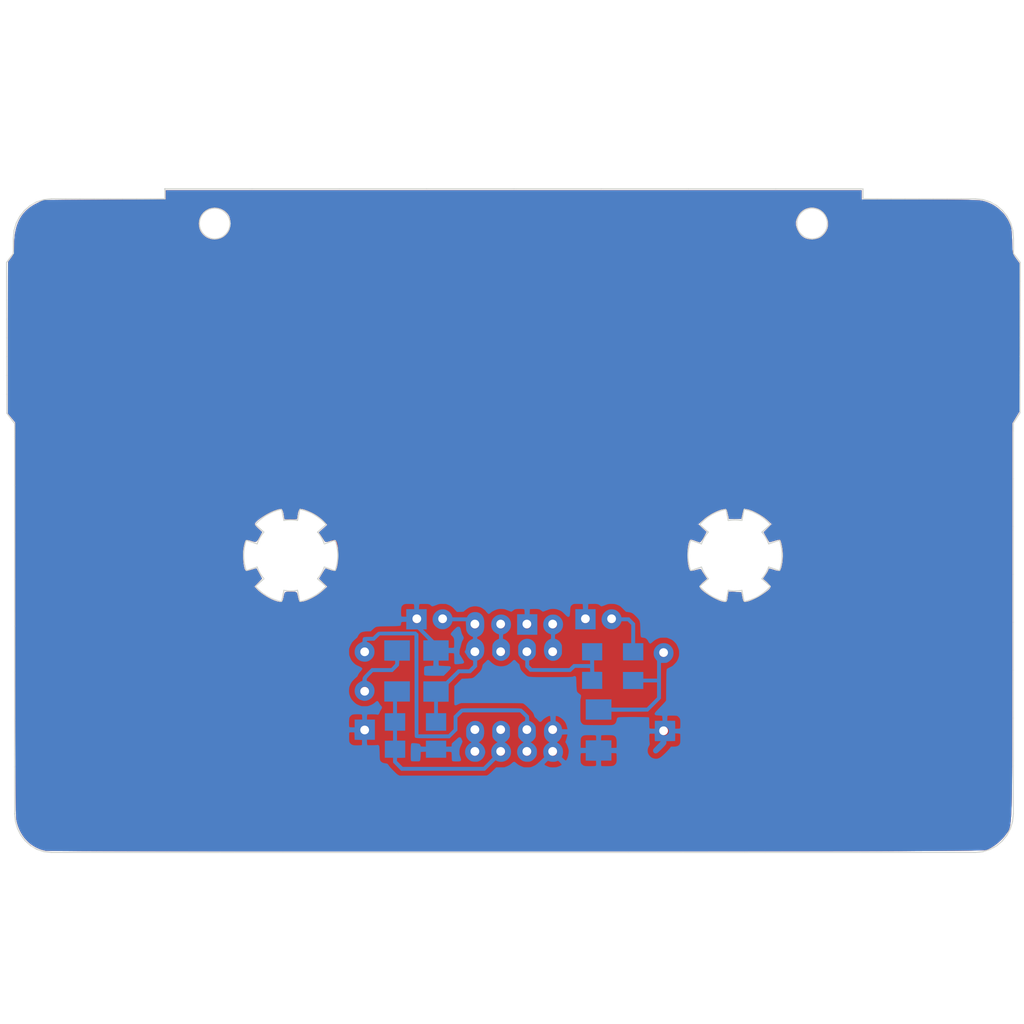
<source format=kicad_pcb>
(kicad_pcb (version 20221018) (generator pcbnew)
  (layers (0 "F.Cu" signal) (31 "B.Cu" signal) (34 "B.Paste" user) (35 "F.Paste" user) (36 "B.SilkS" user "B.Silkscreen") (37 "F.SilkS" user "F.Silkscreen") (38 "B.Mask" user) (39 "F.Mask" user) (44 "Edge.Cuts" user))
  (net 0 "")
  (footprint "8BitMixtape_DIY-CAD:mCore_brkout" (layer "F.Cu") (at 107.188 77.216)
    (fp_text reference "")
    (fp_text value "")
    (fp_line (start -49.367442 -24.375259) (end -49.364042 -22.535441) (stroke (width 0.1)) (layer "Edge.Cuts"))
    (fp_line (start -49.364042 -22.535441) (end -49.360642 -20.69562) (stroke (width 0.1)) (layer "Edge.Cuts"))
    (fp_line (start -49.360642 -20.69562) (end -49.357242 -18.855802) (stroke (width 0.1)) (layer "Edge.Cuts"))
    (fp_line (start -49.357242 -18.855802) (end -49.353842 -17.015981) (stroke (width 0.1)) (layer "Edge.Cuts"))
    (fp_line (start -49.353842 -17.015981) (end -49.350442 -15.176164) (stroke (width 0.1)) (layer "Edge.Cuts"))
    (fp_line (start -49.350442 -15.176164) (end -49.347042 -13.336346) (stroke (width 0.1)) (layer "Edge.Cuts"))
    (fp_line (start -49.347042 -13.336346) (end -49.343642 -11.496525) (stroke (width 0.1)) (layer "Edge.Cuts"))
    (fp_line (start -49.343642 -11.496525) (end -49.340242 -9.656707) (stroke (width 0.1)) (layer "Edge.Cuts"))
    (fp_line (start -49.340242 -9.656707) (end -49.243852 -9.529583) (stroke (width 0.1)) (layer "Edge.Cuts"))
    (fp_line (start -49.284142 -24.484951) (end -49.367442 -24.375259) (stroke (width 0.1)) (layer "Edge.Cuts"))
    (fp_line (start -49.243852 -9.529583) (end -49.147462 -9.402459) (stroke (width 0.1)) (layer "Edge.Cuts"))
    (fp_line (start -49.200842 -24.594642) (end -49.284142 -24.484951) (stroke (width 0.1)) (layer "Edge.Cuts"))
    (fp_line (start -49.147462 -9.402459) (end -49.051072 -9.275335) (stroke (width 0.1)) (layer "Edge.Cuts"))
    (fp_line (start -49.117542 -24.704333) (end -49.200842 -24.594642) (stroke (width 0.1)) (layer "Edge.Cuts"))
    (fp_line (start -49.051072 -9.275335) (end -48.954682 -9.148213) (stroke (width 0.1)) (layer "Edge.Cuts"))
    (fp_line (start -49.034242 -24.814024) (end -49.117542 -24.704333) (stroke (width 0.1)) (layer "Edge.Cuts"))
    (fp_line (start -48.954682 -9.148213) (end -48.858292 -9.021089) (stroke (width 0.1)) (layer "Edge.Cuts"))
    (fp_line (start -48.950942 -24.923719) (end -49.034242 -24.814024) (stroke (width 0.1)) (layer "Edge.Cuts"))
    (fp_line (start -48.867642 -25.03341) (end -48.950942 -24.923719) (stroke (width 0.1)) (layer "Edge.Cuts"))
    (fp_line (start -48.858292 -9.021089) (end -48.761892 -8.893965) (stroke (width 0.1)) (layer "Edge.Cuts"))
    (fp_line (start -48.784342 -25.143101) (end -48.867642 -25.03341) (stroke (width 0.1)) (layer "Edge.Cuts"))
    (fp_line (start -48.761892 -8.893965) (end -48.665502 -8.766841) (stroke (width 0.1)) (layer "Edge.Cuts"))
    (fp_line (start -48.701042 -26.752063) (end -48.701042 -26.587596) (stroke (width 0.1)) (layer "Edge.Cuts"))
    (fp_line (start -48.701042 -26.587596) (end -48.701042 -26.423125) (stroke (width 0.1)) (layer "Edge.Cuts"))
    (fp_line (start -48.701042 -26.423125) (end -48.701042 -26.258657) (stroke (width 0.1)) (layer "Edge.Cuts"))
    (fp_line (start -48.701042 -26.258657) (end -48.701042 -26.094189) (stroke (width 0.1)) (layer "Edge.Cuts"))
    (fp_line (start -48.701042 -26.094189) (end -48.701042 -25.929719) (stroke (width 0.1)) (layer "Edge.Cuts"))
    (fp_line (start -48.701042 -25.929719) (end -48.701042 -25.765251) (stroke (width 0.1)) (layer "Edge.Cuts"))
    (fp_line (start -48.701042 -25.765251) (end -48.701042 -25.60078) (stroke (width 0.1)) (layer "Edge.Cuts"))
    (fp_line (start -48.701042 -25.60078) (end -48.701042 -25.436312) (stroke (width 0.1)) (layer "Edge.Cuts"))
    (fp_line (start -48.701042 -25.436312) (end -48.701042 -25.413372) (stroke (width 0.1)) (layer "Edge.Cuts"))
    (fp_line (start -48.701042 -25.413372) (end -48.701042 -25.390432) (stroke (width 0.1)) (layer "Edge.Cuts"))
    (fp_line (start -48.701042 -25.390432) (end -48.701042 -25.367492) (stroke (width 0.1)) (layer "Edge.Cuts"))
    (fp_line (start -48.701042 -25.367492) (end -48.701042 -25.344552) (stroke (width 0.1)) (layer "Edge.Cuts"))
    (fp_line (start -48.701042 -25.344552) (end -48.701042 -25.321612) (stroke (width 0.1)) (layer "Edge.Cuts"))
    (fp_line (start -48.701042 -25.321612) (end -48.701042 -25.298672) (stroke (width 0.1)) (layer "Edge.Cuts"))
    (fp_line (start -48.701042 -25.298672) (end -48.701042 -25.275732) (stroke (width 0.1)) (layer "Edge.Cuts"))
    (fp_line (start -48.701042 -25.275732) (end -48.701042 -25.252792) (stroke (width 0.1)) (layer "Edge.Cuts"))
    (fp_line (start -48.701042 -25.252792) (end -48.784342 -25.143101) (stroke (width 0.1)) (layer "Edge.Cuts"))
    (fp_line (start -48.665502 -8.766841) (end -48.569112 -8.639717) (stroke (width 0.1)) (layer "Edge.Cuts"))
    (fp_line (start -48.626552 -27.508896) (end -48.701042 -26.752063) (stroke (width 0.1)) (layer "Edge.Cuts"))
    (fp_line (start -48.569112 -8.639717) (end -48.569112 -8.45816) (stroke (width 0.1)) (layer "Edge.Cuts"))
    (fp_line (start -48.569112 -8.45816) (end -48.569112 -8.276604) (stroke (width 0.1)) (layer "Edge.Cuts"))
    (fp_line (start -48.569112 -8.276604) (end -48.569112 -8.095048) (stroke (width 0.1)) (layer "Edge.Cuts"))
    (fp_line (start -48.569112 -8.095048) (end -48.569112 -7.913491) (stroke (width 0.1)) (layer "Edge.Cuts"))
    (fp_line (start -48.569112 -7.913491) (end -48.569112 -7.731932) (stroke (width 0.1)) (layer "Edge.Cuts"))
    (fp_line (start -48.569112 -7.731932) (end -48.569112 -7.550376) (stroke (width 0.1)) (layer "Edge.Cuts"))
    (fp_line (start -48.569112 -7.550376) (end -48.569112 -7.368819) (stroke (width 0.1)) (layer "Edge.Cuts"))
    (fp_line (start -48.569112 -7.368819) (end -48.569112 -7.187263) (stroke (width 0.1)) (layer "Edge.Cuts"))
    (fp_line (start -48.569112 -7.187263) (end -48.569112 -2.605148) (stroke (width 0.1)) (layer "Edge.Cuts"))
    (fp_line (start -48.569112 -2.605148) (end -48.569112 1.976967) (stroke (width 0.1)) (layer "Edge.Cuts"))
    (fp_line (start -48.569112 1.976967) (end -48.569112 6.559081) (stroke (width 0.1)) (layer "Edge.Cuts"))
    (fp_line (start -48.569112 6.559081) (end -48.569112 11.141196) (stroke (width 0.1)) (layer "Edge.Cuts"))
    (fp_line (start -48.569112 11.141196) (end -48.569112 15.72331) (stroke (width 0.1)) (layer "Edge.Cuts"))
    (fp_line (start -48.569112 15.72331) (end -48.569112 20.305425) (stroke (width 0.1)) (layer "Edge.Cuts"))
    (fp_line (start -48.569112 20.305425) (end -48.569112 24.887539) (stroke (width 0.1)) (layer "Edge.Cuts"))
    (fp_line (start -48.569112 24.887539) (end -48.569112 29.469654) (stroke (width 0.1)) (layer "Edge.Cuts"))
    (fp_line (start -48.569112 29.469654) (end -48.569112 29.469866) (stroke (width 0.1)) (layer "Edge.Cuts"))
    (fp_line (start -48.569112 29.469866) (end -48.569112 29.470077) (stroke (width 0.1)) (layer "Edge.Cuts"))
    (fp_line (start -48.569112 29.470077) (end -48.569112 29.470289) (stroke (width 0.1)) (layer "Edge.Cuts"))
    (fp_line (start -48.569112 29.470289) (end -48.569112 29.470501) (stroke (width 0.1)) (layer "Edge.Cuts"))
    (fp_line (start -48.569112 29.470501) (end -48.569112 29.470712) (stroke (width 0.1)) (layer "Edge.Cuts"))
    (fp_line (start -48.569112 29.470712) (end -48.569112 29.470924) (stroke (width 0.1)) (layer "Edge.Cuts"))
    (fp_line (start -48.569112 29.470924) (end -48.569112 29.471136) (stroke (width 0.1)) (layer "Edge.Cuts"))
    (fp_line (start -48.569112 29.471136) (end -48.569112 29.471347) (stroke (width 0.1)) (layer "Edge.Cuts"))
    (fp_line (start -48.569112 29.471347) (end -48.496882 30.207546) (stroke (width 0.1)) (layer "Edge.Cuts"))
    (fp_line (start -48.496882 30.207546) (end -48.29384 30.904168) (stroke (width 0.1)) (layer "Edge.Cuts"))
    (fp_line (start -48.412368 -28.221521) (end -48.626552 -27.508896) (stroke (width 0.1)) (layer "Edge.Cuts"))
    (fp_line (start -48.29384 30.904168) (end -47.971491 31.543168) (stroke (width 0.1)) (layer "Edge.Cuts"))
    (fp_line (start -48.0724 -28.872458) (end -48.412368 -28.221521) (stroke (width 0.1)) (layer "Edge.Cuts"))
    (fp_line (start -47.971491 31.543168) (end -47.541345 32.106468) (stroke (width 0.1)) (layer "Edge.Cuts"))
    (fp_line (start -47.620554 -29.444232) (end -48.0724 -28.872458) (stroke (width 0.1)) (layer "Edge.Cuts"))
    (fp_line (start -47.541345 32.106468) (end -47.014913 32.576028) (stroke (width 0.1)) (layer "Edge.Cuts"))
    (fp_line (start -47.070743 -29.919367) (end -47.620554 -29.444232) (stroke (width 0.1)) (layer "Edge.Cuts"))
    (fp_line (start -47.014913 32.576028) (end -46.403702 32.933788) (stroke (width 0.1)) (layer "Edge.Cuts"))
    (fp_line (start -46.436874 -30.280388) (end -47.070743 -29.919367) (stroke (width 0.1)) (layer "Edge.Cuts"))
    (fp_line (start -46.403702 32.933788) (end -45.719223 33.161678) (stroke (width 0.1)) (layer "Edge.Cuts"))
    (fp_line (start -45.732863 -30.509815) (end -46.436874 -30.280388) (stroke (width 0.1)) (layer "Edge.Cuts"))
    (fp_line (start -45.719223 33.161678) (end -44.972982 33.241678) (stroke (width 0.1)) (layer "Edge.Cuts"))
    (fp_line (start -44.972982 33.241678) (end -33.696292 33.241678) (stroke (width 0.1)) (layer "Edge.Cuts"))
    (fp_line (start -44.972615 -30.590175) (end -45.732863 -30.509815) (stroke (width 0.1)) (layer "Edge.Cuts"))
    (fp_line (start -43.588857 -30.590175) (end -44.972615 -30.590175) (stroke (width 0.1)) (layer "Edge.Cuts"))
    (fp_line (start -42.205102 -30.590175) (end -43.588857 -30.590175) (stroke (width 0.1)) (layer "Edge.Cuts"))
    (fp_line (start -40.821344 -30.590175) (end -42.205102 -30.590175) (stroke (width 0.1)) (layer "Edge.Cuts"))
    (fp_line (start -39.437591 -30.590175) (end -40.821344 -30.590175) (stroke (width 0.1)) (layer "Edge.Cuts"))
    (fp_line (start -38.053834 -30.590175) (end -39.437591 -30.590175) (stroke (width 0.1)) (layer "Edge.Cuts"))
    (fp_line (start -36.670075 -30.590175) (end -38.053834 -30.590175) (stroke (width 0.1)) (layer "Edge.Cuts"))
    (fp_line (start -35.28632 -30.590175) (end -36.670075 -30.590175) (stroke (width 0.1)) (layer "Edge.Cuts"))
    (fp_line (start -33.905931 -31.56527) (end -33.902331 -31.565236) (stroke (width 0.1)) (layer "Edge.Cuts"))
    (fp_line (start -33.905928 -31.565266) (end -33.905931 -31.56527) (stroke (width 0.1)) (layer "Edge.Cuts"))
    (fp_line (start -33.905925 -31.56526) (end -33.905928 -31.565266) (stroke (width 0.1)) (layer "Edge.Cuts"))
    (fp_line (start -33.905922 -31.565256) (end -33.905925 -31.56526) (stroke (width 0.1)) (layer "Edge.Cuts"))
    (fp_line (start -33.90592 -31.565251) (end -33.905922 -31.565256) (stroke (width 0.1)) (layer "Edge.Cuts"))
    (fp_line (start -33.905917 -31.565246) (end -33.90592 -31.565251) (stroke (width 0.1)) (layer "Edge.Cuts"))
    (fp_line (start -33.905914 -31.565241) (end -33.905917 -31.565246) (stroke (width 0.1)) (layer "Edge.Cuts"))
    (fp_line (start -33.905911 -31.565236) (end -33.905914 -31.565241) (stroke (width 0.1)) (layer "Edge.Cuts"))
    (fp_line (start -33.902562 -31.565275) (end -33.902562 -31.443387) (stroke (width 0.1)) (layer "Edge.Cuts"))
    (fp_line (start -33.902562 -31.443387) (end -33.902562 -31.3215) (stroke (width 0.1)) (layer "Edge.Cuts"))
    (fp_line (start -33.902562 -31.3215) (end -33.902562 -31.199613) (stroke (width 0.1)) (layer "Edge.Cuts"))
    (fp_line (start -33.902562 -31.199613) (end -33.902562 -31.077725) (stroke (width 0.1)) (layer "Edge.Cuts"))
    (fp_line (start -33.902562 -31.077725) (end -33.902562 -30.955838) (stroke (width 0.1)) (layer "Edge.Cuts"))
    (fp_line (start -33.902562 -30.955838) (end -33.902562 -30.83395) (stroke (width 0.1)) (layer "Edge.Cuts"))
    (fp_line (start -33.902562 -30.83395) (end -33.902562 -30.712061) (stroke (width 0.1)) (layer "Edge.Cuts"))
    (fp_line (start -33.902562 -30.712061) (end -33.902562 -30.590175) (stroke (width 0.1)) (layer "Edge.Cuts"))
    (fp_line (start -33.902562 -30.590175) (end -35.28632 -30.590175) (stroke (width 0.1)) (layer "Edge.Cuts"))
    (fp_line (start -33.902331 -31.565236) (end -33.902562 -31.565275) (stroke (width 0.1)) (layer "Edge.Cuts"))
    (fp_line (start -33.696292 33.241678) (end -22.419601 33.241678) (stroke (width 0.1)) (layer "Edge.Cuts"))
    (fp_line (start -30.538722 -28.174907) (end -30.509582 -28.469457) (stroke (width 0.1)) (layer "Edge.Cuts"))
    (fp_line (start -30.509582 -28.469457) (end -30.424332 -28.750001) (stroke (width 0.1)) (layer "Edge.Cuts"))
    (fp_line (start -30.509582 -27.880357) (end -30.538722 -28.174907) (stroke (width 0.1)) (layer "Edge.Cuts"))
    (fp_line (start -30.424332 -28.750001) (end -30.286238 -29.008658) (stroke (width 0.1)) (layer "Edge.Cuts"))
    (fp_line (start -30.424332 -27.599813) (end -30.509582 -27.880357) (stroke (width 0.1)) (layer "Edge.Cuts"))
    (fp_line (start -30.286238 -29.008658) (end -30.098567 -29.237543) (stroke (width 0.1)) (layer "Edge.Cuts"))
    (fp_line (start -30.286238 -27.341156) (end -30.424332 -27.599813) (stroke (width 0.1)) (layer "Edge.Cuts"))
    (fp_line (start -30.098567 -29.237543) (end -29.869682 -29.425214) (stroke (width 0.1)) (layer "Edge.Cuts"))
    (fp_line (start -30.098567 -27.112271) (end -30.286238 -27.341156) (stroke (width 0.1)) (layer "Edge.Cuts"))
    (fp_line (start -29.869682 -29.425214) (end -29.611025 -29.563308) (stroke (width 0.1)) (layer "Edge.Cuts"))
    (fp_line (start -29.869682 -26.9246) (end -30.098567 -27.112271) (stroke (width 0.1)) (layer "Edge.Cuts"))
    (fp_line (start -29.611025 -29.563308) (end -29.330481 -29.648558) (stroke (width 0.1)) (layer "Edge.Cuts"))
    (fp_line (start -29.611025 -26.786506) (end -29.869682 -26.9246) (stroke (width 0.1)) (layer "Edge.Cuts"))
    (fp_line (start -29.330481 -29.648558) (end -29.035931 -29.677698) (stroke (width 0.1)) (layer "Edge.Cuts"))
    (fp_line (start -29.330481 -26.701256) (end -29.611025 -26.786506) (stroke (width 0.1)) (layer "Edge.Cuts"))
    (fp_line (start -29.035931 -29.677698) (end -28.741381 -29.648558) (stroke (width 0.1)) (layer "Edge.Cuts"))
    (fp_line (start -29.035931 -26.672116) (end -29.330481 -26.701256) (stroke (width 0.1)) (layer "Edge.Cuts"))
    (fp_line (start -28.741381 -29.648558) (end -28.460837 -29.563308) (stroke (width 0.1)) (layer "Edge.Cuts"))
    (fp_line (start -28.741381 -26.701256) (end -29.035931 -26.672116) (stroke (width 0.1)) (layer "Edge.Cuts"))
    (fp_line (start -28.460837 -29.563308) (end -28.20218 -29.425214) (stroke (width 0.1)) (layer "Edge.Cuts"))
    (fp_line (start -28.460837 -26.786506) (end -28.741381 -26.701256) (stroke (width 0.1)) (layer "Edge.Cuts"))
    (fp_line (start -28.20218 -29.425214) (end -27.973295 -29.237543) (stroke (width 0.1)) (layer "Edge.Cuts"))
    (fp_line (start -28.20218 -26.9246) (end -28.460837 -26.786506) (stroke (width 0.1)) (layer "Edge.Cuts"))
    (fp_line (start -27.973295 -29.237543) (end -27.785624 -29.008658) (stroke (width 0.1)) (layer "Edge.Cuts"))
    (fp_line (start -27.973295 -27.112271) (end -28.20218 -26.9246) (stroke (width 0.1)) (layer "Edge.Cuts"))
    (fp_line (start -27.785624 -29.008658) (end -27.64753 -28.750001) (stroke (width 0.1)) (layer "Edge.Cuts"))
    (fp_line (start -27.785624 -27.341156) (end -27.973295 -27.112271) (stroke (width 0.1)) (layer "Edge.Cuts"))
    (fp_line (start -27.64753 -28.750001) (end -27.56228 -28.469457) (stroke (width 0.1)) (layer "Edge.Cuts"))
    (fp_line (start -27.64753 -27.599813) (end -27.785624 -27.341156) (stroke (width 0.1)) (layer "Edge.Cuts"))
    (fp_line (start -27.56228 -28.469457) (end -27.53314 -28.174907) (stroke (width 0.1)) (layer "Edge.Cuts"))
    (fp_line (start -27.56228 -27.880357) (end -27.64753 -27.599813) (stroke (width 0.1)) (layer "Edge.Cuts"))
    (fp_line (start -27.53314 -28.174907) (end -27.56228 -27.880357) (stroke (width 0.1)) (layer "Edge.Cuts"))
    (fp_line (start -27.53314 -28.174907) (end -27.53314 -28.174907) (stroke (width 0.1)) (layer "Edge.Cuts"))
    (fp_line (start -27.53314 -28.174907) (end -27.53314 -28.174907) (stroke (width 0.1)) (layer "Edge.Cuts"))
    (fp_line (start -26.214061 4.233043) (end -26.212661 4.325623) (stroke (width 0.1)) (layer "Edge.Cuts"))
    (fp_line (start -26.212961 4.141433) (end -26.214061 4.233043) (stroke (width 0.1)) (layer "Edge.Cuts"))
    (fp_line (start -26.212661 4.325623) (end -26.209461 4.418093) (stroke (width 0.1)) (layer "Edge.Cuts"))
    (fp_line (start -26.209961 4.049933) (end -26.212961 4.141433) (stroke (width 0.1)) (layer "Edge.Cuts"))
    (fp_line (start -26.209461 4.418093) (end -26.204461 4.510423) (stroke (width 0.1)) (layer "Edge.Cuts"))
    (fp_line (start -26.205161 3.958563) (end -26.209961 4.049933) (stroke (width 0.1)) (layer "Edge.Cuts"))
    (fp_line (start -26.204461 4.510423) (end -26.197561 4.602593) (stroke (width 0.1)) (layer "Edge.Cuts"))
    (fp_line (start -26.198561 3.867353) (end -26.205161 3.958563) (stroke (width 0.1)) (layer "Edge.Cuts"))
    (fp_line (start -26.197561 4.602593) (end -26.188861 4.694573) (stroke (width 0.1)) (layer "Edge.Cuts"))
    (fp_line (start -26.190161 3.776323) (end -26.198561 3.867353) (stroke (width 0.1)) (layer "Edge.Cuts"))
    (fp_line (start -26.188861 4.694573) (end -26.178301 4.786333) (stroke (width 0.1)) (layer "Edge.Cuts"))
    (fp_line (start -26.179941 3.685503) (end -26.190161 3.776323) (stroke (width 0.1)) (layer "Edge.Cuts"))
    (fp_line (start -26.178301 4.786333) (end -26.165911 4.877843) (stroke (width 0.1)) (layer "Edge.Cuts"))
    (fp_line (start -26.167921 3.594923) (end -26.179941 3.685503) (stroke (width 0.1)) (layer "Edge.Cuts"))
    (fp_line (start -26.165911 4.877843) (end -26.151711 4.969073) (stroke (width 0.1)) (layer "Edge.Cuts"))
    (fp_line (start -26.154121 3.504613) (end -26.167921 3.594923) (stroke (width 0.1)) (layer "Edge.Cuts"))
    (fp_line (start -26.151711 4.969073) (end -26.135651 5.060003) (stroke (width 0.1)) (layer "Edge.Cuts"))
    (fp_line (start -26.138511 3.414593) (end -26.154121 3.504613) (stroke (width 0.1)) (layer "Edge.Cuts"))
    (fp_line (start -26.135651 5.060003) (end -26.117781 5.150603) (stroke (width 0.1)) (layer "Edge.Cuts"))
    (fp_line (start -26.121121 3.324893) (end -26.138511 3.414593) (stroke (width 0.1)) (layer "Edge.Cuts"))
    (fp_line (start -26.117781 5.150603) (end -26.098111 5.240833) (stroke (width 0.1)) (layer "Edge.Cuts"))
    (fp_line (start -26.101931 3.235533) (end -26.121121 3.324893) (stroke (width 0.1)) (layer "Edge.Cuts"))
    (fp_line (start -26.098111 5.240833) (end -26.076601 5.330683) (stroke (width 0.1)) (layer "Edge.Cuts"))
    (fp_line (start -26.080961 3.146553) (end -26.101931 3.235533) (stroke (width 0.1)) (layer "Edge.Cuts"))
    (fp_line (start -26.076601 5.330683) (end -26.053291 5.420123) (stroke (width 0.1)) (layer "Edge.Cuts"))
    (fp_line (start -26.058241 3.057973) (end -26.080961 3.146553) (stroke (width 0.1)) (layer "Edge.Cuts"))
    (fp_line (start -26.053291 5.420123) (end -26.028171 5.509113) (stroke (width 0.1)) (layer "Edge.Cuts"))
    (fp_line (start -26.033741 2.969813) (end -26.058241 3.057973) (stroke (width 0.1)) (layer "Edge.Cuts"))
    (fp_line (start -26.028171 5.509113) (end -26.001251 5.597643) (stroke (width 0.1)) (layer "Edge.Cuts"))
    (fp_line (start -26.007491 2.882113) (end -26.033741 2.969813) (stroke (width 0.1)) (layer "Edge.Cuts"))
    (fp_line (start -26.001251 5.597643) (end -25.972541 5.685673) (stroke (width 0.1)) (layer "Edge.Cuts"))
    (fp_line (start -25.979471 2.794893) (end -26.007491 2.882113) (stroke (width 0.1)) (layer "Edge.Cuts"))
    (fp_line (start -25.972541 5.685673) (end -25.893991 5.706333) (stroke (width 0.1)) (layer "Edge.Cuts"))
    (fp_line (start -25.894201 2.772173) (end -25.979471 2.794893) (stroke (width 0.1)) (layer "Edge.Cuts"))
    (fp_line (start -25.893991 5.706333) (end -25.73793 5.653103) (stroke (width 0.1)) (layer "Edge.Cuts"))
    (fp_line (start -25.73793 5.653103) (end -25.581348 5.600393) (stroke (width 0.1)) (layer "Edge.Cuts"))
    (fp_line (start -25.736588 2.825393) (end -25.894201 2.772173) (stroke (width 0.1)) (layer "Edge.Cuts"))
    (fp_line (start -25.581348 5.600393) (end -25.424768 5.547683) (stroke (width 0.1)) (layer "Edge.Cuts"))
    (fp_line (start -25.578972 2.878623) (end -25.736588 2.825393) (stroke (width 0.1)) (layer "Edge.Cuts"))
    (fp_line (start -25.424768 5.547683) (end -25.268708 5.494973) (stroke (width 0.1)) (layer "Edge.Cuts"))
    (fp_line (start -25.42136 2.931853) (end -25.578972 2.878623) (stroke (width 0.1)) (layer "Edge.Cuts"))
    (fp_line (start -25.383642 -31.565236) (end -33.905911 -31.565236) (stroke (width 0.1)) (layer "Edge.Cuts"))
    (fp_line (start -25.268708 5.494973) (end -25.112125 5.442263) (stroke (width 0.1)) (layer "Edge.Cuts"))
    (fp_line (start -25.263747 2.985083) (end -25.42136 2.931853) (stroke (width 0.1)) (layer "Edge.Cuts"))
    (fp_line (start -25.112125 5.442263) (end -24.956065 5.389033) (stroke (width 0.1)) (layer "Edge.Cuts"))
    (fp_line (start -25.106135 3.038313) (end -25.263747 2.985083) (stroke (width 0.1)) (layer "Edge.Cuts"))
    (fp_line (start -25.048783 1.180559) (end -25.024483 1.266339) (stroke (width 0.1)) (layer "Edge.Cuts"))
    (fp_line (start -25.045459 7.28814) (end -24.919681 7.424205) (stroke (width 0.1)) (layer "Edge.Cuts"))
    (fp_line (start -25.024799 7.21269) (end -25.045459 7.28814) (stroke (width 0.1)) (layer "Edge.Cuts"))
    (fp_line (start -25.024483 1.266339) (end -24.899944 1.376408) (stroke (width 0.1)) (layer "Edge.Cuts"))
    (fp_line (start -24.956065 5.389033) (end -24.893015 5.367843) (stroke (width 0.1)) (layer "Edge.Cuts"))
    (fp_line (start -24.948005 3.091543) (end -25.106135 3.038313) (stroke (width 0.1)) (layer "Edge.Cuts"))
    (fp_line (start -24.923058 1.044884) (end -25.048783 1.180559) (stroke (width 0.1)) (layer "Edge.Cuts"))
    (fp_line (start -24.919681 7.424205) (end -24.788908 7.554727) (stroke (width 0.1)) (layer "Edge.Cuts"))
    (fp_line (start -24.901293 7.10417) (end -25.024799 7.21269) (stroke (width 0.1)) (layer "Edge.Cuts"))
    (fp_line (start -24.899944 1.376408) (end -24.774886 1.485964) (stroke (width 0.1)) (layer "Edge.Cuts"))
    (fp_line (start -24.894775 3.109633) (end -24.948005 3.091543) (stroke (width 0.1)) (layer "Edge.Cuts"))
    (fp_line (start -24.893015 5.367843) (end -24.777775 5.660329) (stroke (width 0.1)) (layer "Edge.Cuts"))
    (fp_line (start -24.842585 2.957188) (end -24.894775 3.109633) (stroke (width 0.1)) (layer "Edge.Cuts"))
    (fp_line (start -24.79236 0.914734) (end -24.923058 1.044884) (stroke (width 0.1)) (layer "Edge.Cuts"))
    (fp_line (start -24.788908 7.554727) (end -24.653335 7.679593) (stroke (width 0.1)) (layer "Edge.Cuts"))
    (fp_line (start -24.778301 6.99565) (end -24.901293 7.10417) (stroke (width 0.1)) (layer "Edge.Cuts"))
    (fp_line (start -24.777775 5.660329) (end -24.620163 5.968838) (stroke (width 0.1)) (layer "Edge.Cuts"))
    (fp_line (start -24.774886 1.485964) (end -24.650347 1.596034) (stroke (width 0.1)) (layer "Edge.Cuts"))
    (fp_line (start -24.698922 2.641446) (end -24.842585 2.957188) (stroke (width 0.1)) (layer "Edge.Cuts"))
    (fp_line (start -24.656883 0.790223) (end -24.79236 0.914734) (stroke (width 0.1)) (layer "Edge.Cuts"))
    (fp_line (start -24.654797 6.887127) (end -24.778301 6.99565) (stroke (width 0.1)) (layer "Edge.Cuts"))
    (fp_line (start -24.653335 7.679593) (end -24.513145 7.798703) (stroke (width 0.1)) (layer "Edge.Cuts"))
    (fp_line (start -24.650347 1.596034) (end -24.525808 1.706103) (stroke (width 0.1)) (layer "Edge.Cuts"))
    (fp_line (start -24.620163 5.968838) (end -24.48994 6.177095) (stroke (width 0.1)) (layer "Edge.Cuts"))
    (fp_line (start -24.531288 6.778609) (end -24.654797 6.887127) (stroke (width 0.1)) (layer "Edge.Cuts"))
    (fp_line (start -24.525808 1.706103) (end -24.400233 1.815659) (stroke (width 0.1)) (layer "Edge.Cuts"))
    (fp_line (start -24.524258 2.341204) (end -24.698922 2.641446) (stroke (width 0.1)) (layer "Edge.Cuts"))
    (fp_line (start -24.516813 0.671461) (end -24.656883 0.790223) (stroke (width 0.1)) (layer "Edge.Cuts"))
    (fp_line (start -24.513145 7.798703) (end -24.368538 7.911936) (stroke (width 0.1)) (layer "Edge.Cuts"))
    (fp_line (start -24.48994 6.177095) (end -24.281166 6.454596) (stroke (width 0.1)) (layer "Edge.Cuts"))
    (fp_line (start -24.407782 6.670086) (end -24.531288 6.778609) (stroke (width 0.1)) (layer "Edge.Cuts"))
    (fp_line (start -24.400233 1.815659) (end -24.275691 1.925215) (stroke (width 0.1)) (layer "Edge.Cuts"))
    (fp_line (start -24.372344 0.558556) (end -24.516813 0.671461) (stroke (width 0.1)) (layer "Edge.Cuts"))
    (fp_line (start -24.368538 7.911936) (end -24.219696 8.019183) (stroke (width 0.1)) (layer "Edge.Cuts"))
    (fp_line (start -24.321171 2.060085) (end -24.524258 2.341204) (stroke (width 0.1)) (layer "Edge.Cuts"))
    (fp_line (start -24.284276 6.561566) (end -24.407782 6.670086) (stroke (width 0.1)) (layer "Edge.Cuts"))
    (fp_line (start -24.281166 6.454596) (end -24.227946 6.512476) (stroke (width 0.1)) (layer "Edge.Cuts"))
    (fp_line (start -24.275691 1.925215) (end -24.235381 1.960865) (stroke (width 0.1)) (layer "Edge.Cuts"))
    (fp_line (start -24.235381 1.960865) (end -24.321171 2.060085) (stroke (width 0.1)) (layer "Edge.Cuts"))
    (fp_line (start -24.227946 6.512476) (end -24.284276 6.561566) (stroke (width 0.1)) (layer "Edge.Cuts"))
    (fp_line (start -24.223664 0.451616) (end -24.372344 0.558556) (stroke (width 0.1)) (layer "Edge.Cuts"))
    (fp_line (start -24.219696 8.019183) (end -24.066819 8.120337) (stroke (width 0.1)) (layer "Edge.Cuts"))
    (fp_line (start -24.070962 0.350758) (end -24.223664 0.451616) (stroke (width 0.1)) (layer "Edge.Cuts"))
    (fp_line (start -24.066819 8.120337) (end -23.910093 8.215287) (stroke (width 0.1)) (layer "Edge.Cuts"))
    (fp_line (start -23.91443 0.256088) (end -24.070962 0.350758) (stroke (width 0.1)) (layer "Edge.Cuts"))
    (fp_line (start -23.910093 8.215287) (end -23.74971 8.303917) (stroke (width 0.1)) (layer "Edge.Cuts"))
    (fp_line (start -23.754259 0.167718) (end -23.91443 0.256088) (stroke (width 0.1)) (layer "Edge.Cuts"))
    (fp_line (start -23.74971 8.303917) (end -23.585862 8.386117) (stroke (width 0.1)) (layer "Edge.Cuts"))
    (fp_line (start -23.590639 0.085748) (end -23.754259 0.167718) (stroke (width 0.1)) (layer "Edge.Cuts"))
    (fp_line (start -23.585862 8.386117) (end -23.418741 8.461787) (stroke (width 0.1)) (layer "Edge.Cuts"))
    (fp_line (start -23.423761 0.010298) (end -23.590639 0.085748) (stroke (width 0.1)) (layer "Edge.Cuts"))
    (fp_line (start -23.418741 8.461787) (end -23.248533 8.530807) (stroke (width 0.1)) (layer "Edge.Cuts"))
    (fp_line (start -23.253809 -0.058522) (end -23.423761 0.010298) (stroke (width 0.1)) (layer "Edge.Cuts"))
    (fp_line (start -23.248533 8.530807) (end -23.075436 8.593067) (stroke (width 0.1)) (layer "Edge.Cuts"))
    (fp_line (start -23.080983 -0.120612) (end -23.253809 -0.058522) (stroke (width 0.1)) (layer "Edge.Cuts"))
    (fp_line (start -23.075436 8.593067) (end -22.899639 8.648457) (stroke (width 0.1)) (layer "Edge.Cuts"))
    (fp_line (start -22.905465 -0.175852) (end -23.080983 -0.120612) (stroke (width 0.1)) (layer "Edge.Cuts"))
    (fp_line (start -22.899639 8.648457) (end -22.721329 8.696867) (stroke (width 0.1)) (layer "Edge.Cuts"))
    (fp_line (start -22.72745 -0.224132) (end -22.905465 -0.175852) (stroke (width 0.1)) (layer "Edge.Cuts"))
    (fp_line (start -22.721329 8.696867) (end -22.540703 8.738187) (stroke (width 0.1)) (layer "Edge.Cuts"))
    (fp_line (start -22.547125 -0.265352) (end -22.72745 -0.224132) (stroke (width 0.1)) (layer "Edge.Cuts"))
    (fp_line (start -22.540703 8.738187) (end -22.483863 8.680307) (stroke (width 0.1)) (layer "Edge.Cuts"))
    (fp_line (start -22.483863 8.680307) (end -22.451303 8.519077) (stroke (width 0.1)) (layer "Edge.Cuts"))
    (fp_line (start -22.483045 -0.201272) (end -22.547125 -0.265352) (stroke (width 0.1)) (layer "Edge.Cuts"))
    (fp_line (start -22.451303 8.519077) (end -22.419263 8.35733) (stroke (width 0.1)) (layer "Edge.Cuts"))
    (fp_line (start -22.450495 -0.039011) (end -22.483045 -0.201272) (stroke (width 0.1)) (layer "Edge.Cuts"))
    (fp_line (start -22.419601 33.241678) (end -11.142907 33.241678) (stroke (width 0.1)) (layer "Edge.Cuts"))
    (fp_line (start -22.419263 8.35733) (end -22.386703 8.196102) (stroke (width 0.1)) (layer "Edge.Cuts"))
    (fp_line (start -22.418455 0.123255) (end -22.450495 -0.039011) (stroke (width 0.1)) (layer "Edge.Cuts"))
    (fp_line (start -22.386703 8.196102) (end -22.354143 8.034865) (stroke (width 0.1)) (layer "Edge.Cuts"))
    (fp_line (start -22.385905 0.285519) (end -22.418455 0.123255) (stroke (width 0.1)) (layer "Edge.Cuts"))
    (fp_line (start -22.354143 8.034865) (end -22.322103 7.873637) (stroke (width 0.1)) (layer "Edge.Cuts"))
    (fp_line (start -22.353345 0.447266) (end -22.385905 0.285519) (stroke (width 0.1)) (layer "Edge.Cuts"))
    (fp_line (start -22.322103 7.873637) (end -22.290063 7.712923) (stroke (width 0.1)) (layer "Edge.Cuts"))
    (fp_line (start -22.320785 0.60953) (end -22.353345 0.447266) (stroke (width 0.1)) (layer "Edge.Cuts"))
    (fp_line (start -22.290063 7.712923) (end -22.275073 7.639543) (stroke (width 0.1)) (layer "Edge.Cuts"))
    (fp_line (start -22.288225 0.771277) (end -22.320785 0.60953) (stroke (width 0.1)) (layer "Edge.Cuts"))
    (fp_line (start -22.275775 0.829207) (end -22.288225 0.771277) (stroke (width 0.1)) (layer "Edge.Cuts"))
    (fp_line (start -22.275073 7.639543) (end -22.222883 7.650383) (stroke (width 0.1)) (layer "Edge.Cuts"))
    (fp_line (start -22.222883 7.650383) (end -21.878202 7.694303) (stroke (width 0.1)) (layer "Edge.Cuts"))
    (fp_line (start -22.04168 0.788377) (end -22.275775 0.829207) (stroke (width 0.1)) (layer "Edge.Cuts"))
    (fp_line (start -21.878202 7.694303) (end -21.531968 7.703103) (stroke (width 0.1)) (layer "Edge.Cuts"))
    (fp_line (start -21.695964 0.763057) (end -22.04168 0.788377) (stroke (width 0.1)) (layer "Edge.Cuts"))
    (fp_line (start -21.531968 7.703103) (end -21.18522 7.678323) (stroke (width 0.1)) (layer "Edge.Cuts"))
    (fp_line (start -21.348698 0.771857) (end -21.695964 0.763057) (stroke (width 0.1)) (layer "Edge.Cuts"))
    (fp_line (start -21.18522 7.678323) (end -20.952164 7.638013) (stroke (width 0.1)) (layer "Edge.Cuts"))
    (fp_line (start -21.005054 0.815777) (end -21.348698 0.771857) (stroke (width 0.1)) (layer "Edge.Cuts"))
    (fp_line (start -20.952164 7.638013) (end -20.938224 7.707263) (stroke (width 0.1)) (layer "Edge.Cuts"))
    (fp_line (start -20.950794 0.827147) (end -21.005054 0.815777) (stroke (width 0.1)) (layer "Edge.Cuts"))
    (fp_line (start -20.938374 0.766167) (end -20.950794 0.827147) (stroke (width 0.1)) (layer "Edge.Cuts"))
    (fp_line (start -20.938224 7.707263) (end -20.906184 7.869011) (stroke (width 0.1)) (layer "Edge.Cuts"))
    (fp_line (start -20.906854 0.605453) (end -20.938374 0.766167) (stroke (width 0.1)) (layer "Edge.Cuts"))
    (fp_line (start -20.906184 7.869011) (end -20.873624 8.031794) (stroke (width 0.1)) (layer "Edge.Cuts"))
    (fp_line (start -20.874304 0.444222) (end -20.906854 0.605453) (stroke (width 0.1)) (layer "Edge.Cuts"))
    (fp_line (start -20.873624 8.031794) (end -20.841074 8.193538) (stroke (width 0.1)) (layer "Edge.Cuts"))
    (fp_line (start -20.842264 0.282988) (end -20.874304 0.444222) (stroke (width 0.1)) (layer "Edge.Cuts"))
    (fp_line (start -20.841074 8.193538) (end -20.808514 8.355285) (stroke (width 0.1)) (layer "Edge.Cuts"))
    (fp_line (start -20.809704 0.121758) (end -20.842264 0.282988) (stroke (width 0.1)) (layer "Edge.Cuts"))
    (fp_line (start -20.808514 8.355285) (end -20.775954 8.517549) (stroke (width 0.1)) (layer "Edge.Cuts"))
    (fp_line (start -20.777154 -0.03947) (end -20.809704 0.121758) (stroke (width 0.1)) (layer "Edge.Cuts"))
    (fp_line (start -20.775954 8.517549) (end -20.743914 8.679296) (stroke (width 0.1)) (layer "Edge.Cuts"))
    (fp_line (start -20.745114 -0.200701) (end -20.777154 -0.03947) (stroke (width 0.1)) (layer "Edge.Cuts"))
    (fp_line (start -20.743914 8.679296) (end -20.689654 8.734586) (stroke (width 0.1)) (layer "Edge.Cuts"))
    (fp_line (start -20.698621 -0.269945) (end -20.698614 -0.269951) (stroke (width 0.1)) (layer "Edge.Cuts"))
    (fp_line (start -20.698614 -0.269951) (end -20.745114 -0.200701) (stroke (width 0.1)) (layer "Edge.Cuts"))
    (fp_line (start -20.689654 8.734586) (end -20.508956 8.693596) (stroke (width 0.1)) (layer "Edge.Cuts"))
    (fp_line (start -20.521837 -0.234925) (end -20.698621 -0.269945) (stroke (width 0.1)) (layer "Edge.Cuts"))
    (fp_line (start -20.508956 8.693596) (end -20.330566 8.645516) (stroke (width 0.1)) (layer "Edge.Cuts"))
    (fp_line (start -20.340306 -0.186235) (end -20.521837 -0.234925) (stroke (width 0.1)) (layer "Edge.Cuts"))
    (fp_line (start -20.330566 8.645516) (end -20.154674 8.590456) (stroke (width 0.1)) (layer "Edge.Cuts"))
    (fp_line (start -20.161363 -0.130315) (end -20.340306 -0.186235) (stroke (width 0.1)) (layer "Edge.Cuts"))
    (fp_line (start -20.154674 8.590456) (end -19.981466 8.528516) (stroke (width 0.1)) (layer "Edge.Cuts"))
    (fp_line (start -19.9852 -0.067285) (end -20.161363 -0.130315) (stroke (width 0.1)) (layer "Edge.Cuts"))
    (fp_line (start -19.981466 8.528516) (end -19.811142 8.459816) (stroke (width 0.1)) (layer "Edge.Cuts"))
    (fp_line (start -19.812031 0.002735) (end -19.9852 -0.067285) (stroke (width 0.1)) (layer "Edge.Cuts"))
    (fp_line (start -19.811142 8.459816) (end -19.643886 8.384456) (stroke (width 0.1)) (layer "Edge.Cuts"))
    (fp_line (start -19.643886 8.384456) (end -19.479892 8.302556) (stroke (width 0.1)) (layer "Edge.Cuts"))
    (fp_line (start -19.642046 0.079635) (end -19.812031 0.002735) (stroke (width 0.1)) (layer "Edge.Cuts"))
    (fp_line (start -19.479892 8.302556) (end -19.319353 8.214216) (stroke (width 0.1)) (layer "Edge.Cuts"))
    (fp_line (start -19.47545 0.163295) (end -19.642046 0.079635) (stroke (width 0.1)) (layer "Edge.Cuts"))
    (fp_line (start -19.319353 8.214216) (end -19.162457 8.119566) (stroke (width 0.1)) (layer "Edge.Cuts"))
    (fp_line (start -19.312441 0.253595) (end -19.47545 0.163295) (stroke (width 0.1)) (layer "Edge.Cuts"))
    (fp_line (start -19.162457 8.119566) (end -19.009399 8.018697) (stroke (width 0.1)) (layer "Edge.Cuts"))
    (fp_line (start -19.153223 0.350425) (end -19.312441 0.253595) (stroke (width 0.1)) (layer "Edge.Cuts"))
    (fp_line (start -19.009399 8.018697) (end -18.860366 7.911724) (stroke (width 0.1)) (layer "Edge.Cuts"))
    (fp_line (start -18.998794 6.512505) (end -18.906294 6.406051) (stroke (width 0.1)) (layer "Edge.Cuts"))
    (fp_line (start -18.997998 0.453662) (end -19.153223 0.350425) (stroke (width 0.1)) (layer "Edge.Cuts"))
    (fp_line (start -18.993217 1.960813) (end -18.944637 1.917923) (stroke (width 0.1)) (layer "Edge.Cuts"))
    (fp_line (start -18.952804 6.553325) (end -18.998794 6.512505) (stroke (width 0.1)) (layer "Edge.Cuts"))
    (fp_line (start -18.946187 2.011973) (end -18.993217 1.960813) (stroke (width 0.1)) (layer "Edge.Cuts"))
    (fp_line (start -18.944637 1.917923) (end -18.821131 1.809406) (stroke (width 0.1)) (layer "Edge.Cuts"))
    (fp_line (start -18.906294 6.406051) (end -18.703204 6.124932) (stroke (width 0.1)) (layer "Edge.Cuts"))
    (fp_line (start -18.860366 7.911724) (end -18.715552 7.798764) (stroke (width 0.1)) (layer "Edge.Cuts"))
    (fp_line (start -18.846966 0.563195) (end -18.997998 0.453662) (stroke (width 0.1)) (layer "Edge.Cuts"))
    (fp_line (start -18.828262 6.663398) (end -18.952804 6.553325) (stroke (width 0.1)) (layer "Edge.Cuts"))
    (fp_line (start -18.821131 1.809406) (end -18.697622 1.700366) (stroke (width 0.1)) (layer "Edge.Cuts"))
    (fp_line (start -18.737933 2.28896) (end -18.946187 2.011973) (stroke (width 0.1)) (layer "Edge.Cuts"))
    (fp_line (start -18.715552 7.798764) (end -18.575147 7.679924) (stroke (width 0.1)) (layer "Edge.Cuts"))
    (fp_line (start -18.703204 6.124932) (end -18.529053 5.825209) (stroke (width 0.1)) (layer "Edge.Cuts"))
    (fp_line (start -18.70269 6.772951) (end -18.828262 6.663398) (stroke (width 0.1)) (layer "Edge.Cuts"))
    (fp_line (start -18.700327 0.678904) (end -18.846966 0.563195) (stroke (width 0.1)) (layer "Edge.Cuts"))
    (fp_line (start -18.697622 1.700366) (end -18.574119 1.592363) (stroke (width 0.1)) (layer "Edge.Cuts"))
    (fp_line (start -18.607707 2.497214) (end -18.737933 2.28896) (stroke (width 0.1)) (layer "Edge.Cuts"))
    (fp_line (start -18.577635 6.883023) (end -18.70269 6.772951) (stroke (width 0.1)) (layer "Edge.Cuts"))
    (fp_line (start -18.575147 7.679924) (end -18.439347 7.555305) (stroke (width 0.1)) (layer "Edge.Cuts"))
    (fp_line (start -18.574119 1.592363) (end -18.45061 1.483843) (stroke (width 0.1)) (layer "Edge.Cuts"))
    (fp_line (start -18.558279 0.800674) (end -18.700327 0.678904) (stroke (width 0.1)) (layer "Edge.Cuts"))
    (fp_line (start -18.529053 5.825209) (end -18.385394 5.508948) (stroke (width 0.1)) (layer "Edge.Cuts"))
    (fp_line (start -18.453093 6.993092) (end -18.577635 6.883023) (stroke (width 0.1)) (layer "Edge.Cuts"))
    (fp_line (start -18.45061 1.483843) (end -18.32762 1.375323) (stroke (width 0.1)) (layer "Edge.Cuts"))
    (fp_line (start -18.449061 2.806239) (end -18.607707 2.497214) (stroke (width 0.1)) (layer "Edge.Cuts"))
    (fp_line (start -18.439347 7.555305) (end -18.30834 7.425029) (stroke (width 0.1)) (layer "Edge.Cuts"))
    (fp_line (start -18.421031 0.928385) (end -18.558279 0.800674) (stroke (width 0.1)) (layer "Edge.Cuts"))
    (fp_line (start -18.385394 5.508948) (end -18.336814 5.367354) (stroke (width 0.1)) (layer "Edge.Cuts"))
    (fp_line (start -18.336814 5.367354) (end -18.279974 5.386484) (stroke (width 0.1)) (layer "Edge.Cuts"))
    (fp_line (start -18.33072 3.108544) (end -18.449061 2.806239) (stroke (width 0.1)) (layer "Edge.Cuts"))
    (fp_line (start -18.328038 7.103165) (end -18.453093 6.993092) (stroke (width 0.1)) (layer "Edge.Cuts"))
    (fp_line (start -18.32762 1.375323) (end -18.204114 1.266803) (stroke (width 0.1)) (layer "Edge.Cuts"))
    (fp_line (start -18.30834 7.425029) (end -18.182313 7.289201) (stroke (width 0.1)) (layer "Edge.Cuts"))
    (fp_line (start -18.288779 1.061924) (end -18.421031 0.928385) (stroke (width 0.1)) (layer "Edge.Cuts"))
    (fp_line (start -18.279974 5.386484) (end -18.121842 5.439714) (stroke (width 0.1)) (layer "Edge.Cuts"))
    (fp_line (start -18.27232 3.088904) (end -18.33072 3.108544) (stroke (width 0.1)) (layer "Edge.Cuts"))
    (fp_line (start -18.204114 1.266803) (end -18.161734 1.201173) (stroke (width 0.1)) (layer "Edge.Cuts"))
    (fp_line (start -18.202463 7.212201) (end -18.328038 7.103165) (stroke (width 0.1)) (layer "Edge.Cuts"))
    (fp_line (start -18.182313 7.289201) (end -18.202463 7.212201) (stroke (width 0.1)) (layer "Edge.Cuts"))
    (fp_line (start -18.161734 1.201173) (end -18.288779 1.061924) (stroke (width 0.1)) (layer "Edge.Cuts"))
    (fp_line (start -18.121842 5.439714) (end -17.96423 5.493454) (stroke (width 0.1)) (layer "Edge.Cuts"))
    (fp_line (start -18.115743 3.036204) (end -18.27232 3.088904) (stroke (width 0.1)) (layer "Edge.Cuts"))
    (fp_line (start -17.96423 5.493454) (end -17.806617 5.546164) (stroke (width 0.1)) (layer "Edge.Cuts"))
    (fp_line (start -17.95968 2.983494) (end -18.115743 3.036204) (stroke (width 0.1)) (layer "Edge.Cuts"))
    (fp_line (start -17.806617 5.546164) (end -17.649005 5.599914) (stroke (width 0.1)) (layer "Edge.Cuts"))
    (fp_line (start -17.8031 2.930264) (end -17.95968 2.983494) (stroke (width 0.1)) (layer "Edge.Cuts"))
    (fp_line (start -17.649005 5.599914) (end -17.490875 5.653134) (stroke (width 0.1)) (layer "Edge.Cuts"))
    (fp_line (start -17.647037 2.877554) (end -17.8031 2.930264) (stroke (width 0.1)) (layer "Edge.Cuts"))
    (fp_line (start -17.490875 5.653134) (end -17.33326 5.706364) (stroke (width 0.1)) (layer "Edge.Cuts"))
    (fp_line (start -17.49046 2.824844) (end -17.647037 2.877554) (stroke (width 0.1)) (layer "Edge.Cuts"))
    (fp_line (start -17.33388 2.771624) (end -17.49046 2.824844) (stroke (width 0.1)) (layer "Edge.Cuts"))
    (fp_line (start -17.33326 5.706364) (end -17.25316 5.685704) (stroke (width 0.1)) (layer "Edge.Cuts"))
    (fp_line (start -17.25316 5.685704) (end -17.22458 5.597654) (stroke (width 0.1)) (layer "Edge.Cuts"))
    (fp_line (start -17.2512 2.793864) (end -17.33388 2.771624) (stroke (width 0.1)) (layer "Edge.Cuts"))
    (fp_line (start -17.22458 5.597654) (end -17.1978 5.509114) (stroke (width 0.1)) (layer "Edge.Cuts"))
    (fp_line (start -17.22301 2.881124) (end -17.2512 2.793864) (stroke (width 0.1)) (layer "Edge.Cuts"))
    (fp_line (start -17.1978 5.509114) (end -17.17282 5.420104) (stroke (width 0.1)) (layer "Edge.Cuts"))
    (fp_line (start -17.19657 2.968874) (end -17.22301 2.881124) (stroke (width 0.1)) (layer "Edge.Cuts"))
    (fp_line (start -17.17282 5.420104) (end -17.14965 5.330654) (stroke (width 0.1)) (layer "Edge.Cuts"))
    (fp_line (start -17.1719 3.057074) (end -17.19657 2.968874) (stroke (width 0.1)) (layer "Edge.Cuts"))
    (fp_line (start -17.14965 5.330654) (end -17.12829 5.240794) (stroke (width 0.1)) (layer "Edge.Cuts"))
    (fp_line (start -17.14901 3.145704) (end -17.1719 3.057074) (stroke (width 0.1)) (layer "Edge.Cuts"))
    (fp_line (start -17.12829 5.240794) (end -17.10873 5.150544) (stroke (width 0.1)) (layer "Edge.Cuts"))
    (fp_line (start -17.1279 3.234744) (end -17.14901 3.145704) (stroke (width 0.1)) (layer "Edge.Cuts"))
    (fp_line (start -17.10873 5.150544) (end -17.09101 5.059944) (stroke (width 0.1)) (layer "Edge.Cuts"))
    (fp_line (start -17.10857 3.324154) (end -17.1279 3.234744) (stroke (width 0.1)) (layer "Edge.Cuts"))
    (fp_line (start -17.09102 3.413914) (end -17.10857 3.324154) (stroke (width 0.1)) (layer "Edge.Cuts"))
    (fp_line (start -17.09101 5.059944) (end -17.07509 4.969014) (stroke (width 0.1)) (layer "Edge.Cuts"))
    (fp_line (start -17.07524 3.504004) (end -17.09102 3.413914) (stroke (width 0.1)) (layer "Edge.Cuts"))
    (fp_line (start -17.07509 4.969014) (end -17.06101 4.877784) (stroke (width 0.1)) (layer "Edge.Cuts"))
    (fp_line (start -17.06127 3.594384) (end -17.07524 3.504004) (stroke (width 0.1)) (layer "Edge.Cuts"))
    (fp_line (start -17.06101 4.877784) (end -17.04876 4.786284) (stroke (width 0.1)) (layer "Edge.Cuts"))
    (fp_line (start -17.04911 3.685034) (end -17.06127 3.594384) (stroke (width 0.1)) (layer "Edge.Cuts"))
    (fp_line (start -17.04876 4.786284) (end -17.03835 4.694534) (stroke (width 0.1)) (layer "Edge.Cuts"))
    (fp_line (start -17.03875 3.775924) (end -17.04911 3.685034) (stroke (width 0.1)) (layer "Edge.Cuts"))
    (fp_line (start -17.03835 4.694534) (end -17.02975 4.602564) (stroke (width 0.1)) (layer "Edge.Cuts"))
    (fp_line (start -17.03015 3.867024) (end -17.03875 3.775924) (stroke (width 0.1)) (layer "Edge.Cuts"))
    (fp_line (start -17.02975 4.602564) (end -17.02305 4.510404) (stroke (width 0.1)) (layer "Edge.Cuts"))
    (fp_line (start -17.02345 3.958324) (end -17.03015 3.867024) (stroke (width 0.1)) (layer "Edge.Cuts"))
    (fp_line (start -17.02305 4.510404) (end -17.01815 4.418084) (stroke (width 0.1)) (layer "Edge.Cuts"))
    (fp_line (start -17.01855 4.049774) (end -17.02345 3.958324) (stroke (width 0.1)) (layer "Edge.Cuts"))
    (fp_line (start -17.01815 4.418084) (end -17.01515 4.325624) (stroke (width 0.1)) (layer "Edge.Cuts"))
    (fp_line (start -17.01545 4.141364) (end -17.01855 4.049774) (stroke (width 0.1)) (layer "Edge.Cuts"))
    (fp_line (start -17.01515 4.325624) (end -17.01405 4.233064) (stroke (width 0.1)) (layer "Edge.Cuts"))
    (fp_line (start -17.01405 4.233064) (end -17.01545 4.141364) (stroke (width 0.1)) (layer "Edge.Cuts"))
    (fp_line (start -16.861371 -31.565236) (end -25.383642 -31.565236) (stroke (width 0.1)) (layer "Edge.Cuts"))
    (fp_line (start -11.142907 33.241678) (end 0.133784 33.241678) (stroke (width 0.1)) (layer "Edge.Cuts"))
    (fp_line (start -8.339102 -31.565236) (end -16.861371 -31.565236) (stroke (width 0.1)) (layer "Edge.Cuts"))
    (fp_line (start 0.133784 33.241678) (end 11.410477 33.241678) (stroke (width 0.1)) (layer "Edge.Cuts"))
    (fp_line (start 0.183171 -31.565236) (end -8.339102 -31.565236) (stroke (width 0.1)) (layer "Edge.Cuts"))
    (fp_line (start 8.70544 -31.565236) (end 0.183171 -31.565236) (stroke (width 0.1)) (layer "Edge.Cuts"))
    (fp_line (start 11.410477 33.241678) (end 22.687172 33.241678) (stroke (width 0.1)) (layer "Edge.Cuts"))
    (fp_line (start 17.178617 4.233822) (end 17.180017 4.326402) (stroke (width 0.1)) (layer "Edge.Cuts"))
    (fp_line (start 17.179717 4.142212) (end 17.178617 4.233822) (stroke (width 0.1)) (layer "Edge.Cuts"))
    (fp_line (start 17.180017 4.326402) (end 17.183217 4.418872) (stroke (width 0.1)) (layer "Edge.Cuts"))
    (fp_line (start 17.182717 4.050702) (end 17.179717 4.142212) (stroke (width 0.1)) (layer "Edge.Cuts"))
    (fp_line (start 17.183217 4.418872) (end 17.188217 4.511212) (stroke (width 0.1)) (layer "Edge.Cuts"))
    (fp_line (start 17.187517 3.959332) (end 17.182717 4.050702) (stroke (width 0.1)) (layer "Edge.Cuts"))
    (fp_line (start 17.188217 4.511212) (end 17.195117 4.603382) (stroke (width 0.1)) (layer "Edge.Cuts"))
    (fp_line (start 17.194117 3.868122) (end 17.187517 3.959332) (stroke (width 0.1)) (layer "Edge.Cuts"))
    (fp_line (start 17.195117 4.603382) (end 17.203817 4.695362) (stroke (width 0.1)) (layer "Edge.Cuts"))
    (fp_line (start 17.202517 3.777092) (end 17.194117 3.868122) (stroke (width 0.1)) (layer "Edge.Cuts"))
    (fp_line (start 17.203817 4.695362) (end 17.214367 4.787122) (stroke (width 0.1)) (layer "Edge.Cuts"))
    (fp_line (start 17.212737 3.686282) (end 17.202517 3.777092) (stroke (width 0.1)) (layer "Edge.Cuts"))
    (fp_line (start 17.214367 4.787122) (end 17.226757 4.878632) (stroke (width 0.1)) (layer "Edge.Cuts"))
    (fp_line (start 17.224757 3.595702) (end 17.212737 3.686282) (stroke (width 0.1)) (layer "Edge.Cuts"))
    (fp_line (start 17.226757 4.878632) (end 17.240977 4.969862) (stroke (width 0.1)) (layer "Edge.Cuts"))
    (fp_line (start 17.22771 -31.565236) (end 8.70544 -31.565236) (stroke (width 0.1)) (layer "Edge.Cuts"))
    (fp_line (start 17.238557 3.505392) (end 17.224757 3.595702) (stroke (width 0.1)) (layer "Edge.Cuts"))
    (fp_line (start 17.240977 4.969862) (end 17.257037 5.060792) (stroke (width 0.1)) (layer "Edge.Cuts"))
    (fp_line (start 17.254167 3.415372) (end 17.238557 3.505392) (stroke (width 0.1)) (layer "Edge.Cuts"))
    (fp_line (start 17.257037 5.060792) (end 17.274907 5.151392) (stroke (width 0.1)) (layer "Edge.Cuts"))
    (fp_line (start 17.271557 3.325672) (end 17.254167 3.415372) (stroke (width 0.1)) (layer "Edge.Cuts"))
    (fp_line (start 17.274907 5.151392) (end 17.294577 5.241632) (stroke (width 0.1)) (layer "Edge.Cuts"))
    (fp_line (start 17.290747 3.236312) (end 17.271557 3.325672) (stroke (width 0.1)) (layer "Edge.Cuts"))
    (fp_line (start 17.294577 5.241632) (end 17.316087 5.331482) (stroke (width 0.1)) (layer "Edge.Cuts"))
    (fp_line (start 17.311687 3.147332) (end 17.290747 3.236312) (stroke (width 0.1)) (layer "Edge.Cuts"))
    (fp_line (start 17.316087 5.331482) (end 17.339397 5.420922) (stroke (width 0.1)) (layer "Edge.Cuts"))
    (fp_line (start 17.334407 3.058752) (end 17.311687 3.147332) (stroke (width 0.1)) (layer "Edge.Cuts"))
    (fp_line (start 17.339397 5.420922) (end 17.364517 5.509912) (stroke (width 0.1)) (layer "Edge.Cuts"))
    (fp_line (start 17.358907 2.970592) (end 17.334407 3.058752) (stroke (width 0.1)) (layer "Edge.Cuts"))
    (fp_line (start 17.364517 5.509912) (end 17.391437 5.598442) (stroke (width 0.1)) (layer "Edge.Cuts"))
    (fp_line (start 17.385157 2.882882) (end 17.358907 2.970592) (stroke (width 0.1)) (layer "Edge.Cuts"))
    (fp_line (start 17.391437 5.598442) (end 17.420147 5.686472) (stroke (width 0.1)) (layer "Edge.Cuts"))
    (fp_line (start 17.413177 2.795662) (end 17.385157 2.882882) (stroke (width 0.1)) (layer "Edge.Cuts"))
    (fp_line (start 17.420147 5.686472) (end 17.498697 5.707132) (stroke (width 0.1)) (layer "Edge.Cuts"))
    (fp_line (start 17.498447 2.772942) (end 17.413177 2.795662) (stroke (width 0.1)) (layer "Edge.Cuts"))
    (fp_line (start 17.498697 5.707132) (end 17.654757 5.653902) (stroke (width 0.1)) (layer "Edge.Cuts"))
    (fp_line (start 17.654757 5.653902) (end 17.811339 5.601192) (stroke (width 0.1)) (layer "Edge.Cuts"))
    (fp_line (start 17.65606 2.826162) (end 17.498447 2.772942) (stroke (width 0.1)) (layer "Edge.Cuts"))
    (fp_line (start 17.811339 5.601192) (end 17.967919 5.548482) (stroke (width 0.1)) (layer "Edge.Cuts"))
    (fp_line (start 17.813672 2.879392) (end 17.65606 2.826162) (stroke (width 0.1)) (layer "Edge.Cuts"))
    (fp_line (start 17.967919 5.548482) (end 18.12398 5.495772) (stroke (width 0.1)) (layer "Edge.Cuts"))
    (fp_line (start 17.971288 2.932622) (end 17.813672 2.879392) (stroke (width 0.1)) (layer "Edge.Cuts"))
    (fp_line (start 18.12398 5.495772) (end 18.280562 5.443062) (stroke (width 0.1)) (layer "Edge.Cuts"))
    (fp_line (start 18.128898 2.985852) (end 17.971288 2.932622) (stroke (width 0.1)) (layer "Edge.Cuts"))
    (fp_line (start 18.280562 5.443062) (end 18.436622 5.389832) (stroke (width 0.1)) (layer "Edge.Cuts"))
    (fp_line (start 18.286513 3.039082) (end 18.128898 2.985852) (stroke (width 0.1)) (layer "Edge.Cuts"))
    (fp_line (start 18.343852 1.181308) (end 18.368152 1.267098) (stroke (width 0.1)) (layer "Edge.Cuts"))
    (fp_line (start 18.347239 7.288942) (end 18.473017 7.425007) (stroke (width 0.1)) (layer "Edge.Cuts"))
    (fp_line (start 18.367899 7.213492) (end 18.347239 7.288942) (stroke (width 0.1)) (layer "Edge.Cuts"))
    (fp_line (start 18.368152 1.267098) (end 18.492691 1.377171) (stroke (width 0.1)) (layer "Edge.Cuts"))
    (fp_line (start 18.436622 5.389832) (end 18.499672 5.368642) (stroke (width 0.1)) (layer "Edge.Cuts"))
    (fp_line (start 18.444639 3.092312) (end 18.286513 3.039082) (stroke (width 0.1)) (layer "Edge.Cuts"))
    (fp_line (start 18.469577 1.045633) (end 18.343852 1.181308) (stroke (width 0.1)) (layer "Edge.Cuts"))
    (fp_line (start 18.473017 7.425007) (end 18.60379 7.555526) (stroke (width 0.1)) (layer "Edge.Cuts"))
    (fp_line (start 18.491405 7.104974) (end 18.367899 7.213492) (stroke (width 0.1)) (layer "Edge.Cuts"))
    (fp_line (start 18.492691 1.377171) (end 18.617749 1.486724) (stroke (width 0.1)) (layer "Edge.Cuts"))
    (fp_line (start 18.497869 3.110402) (end 18.444639 3.092312) (stroke (width 0.1)) (layer "Edge.Cuts"))
    (fp_line (start 18.499672 5.368642) (end 18.614912 5.661128) (stroke (width 0.1)) (layer "Edge.Cuts"))
    (fp_line (start 18.550059 2.957956) (end 18.497869 3.110402) (stroke (width 0.1)) (layer "Edge.Cuts"))
    (fp_line (start 18.600274 0.915483) (end 18.469577 1.045633) (stroke (width 0.1)) (layer "Edge.Cuts"))
    (fp_line (start 18.60379 7.555526) (end 18.739364 7.680392) (stroke (width 0.1)) (layer "Edge.Cuts"))
    (fp_line (start 18.614397 6.996452) (end 18.491405 7.104974) (stroke (width 0.1)) (layer "Edge.Cuts"))
    (fp_line (start 18.614912 5.661128) (end 18.772524 5.969639) (stroke (width 0.1)) (layer "Edge.Cuts"))
    (fp_line (start 18.617749 1.486724) (end 18.742288 1.596796) (stroke (width 0.1)) (layer "Edge.Cuts"))
    (fp_line (start 18.693721 2.642215) (end 18.550059 2.957956) (stroke (width 0.1)) (layer "Edge.Cuts"))
    (fp_line (start 18.735752 0.790975) (end 18.600274 0.915483) (stroke (width 0.1)) (layer "Edge.Cuts"))
    (fp_line (start 18.737903 6.887931) (end 18.614397 6.996452) (stroke (width 0.1)) (layer "Edge.Cuts"))
    (fp_line (start 18.739364 7.680392) (end 18.879555 7.799502) (stroke (width 0.1)) (layer "Edge.Cuts"))
    (fp_line (start 18.742288 1.596796) (end 18.866827 1.706865) (stroke (width 0.1)) (layer "Edge.Cuts"))
    (fp_line (start 18.772524 5.969639) (end 18.902747 6.177894) (stroke (width 0.1)) (layer "Edge.Cuts"))
    (fp_line (start 18.861409 6.779411) (end 18.737903 6.887931) (stroke (width 0.1)) (layer "Edge.Cuts"))
    (fp_line (start 18.866827 1.706865) (end 18.992402 1.816418) (stroke (width 0.1)) (layer "Edge.Cuts"))
    (fp_line (start 18.868386 2.341973) (end 18.693721 2.642215) (stroke (width 0.1)) (layer "Edge.Cuts"))
    (fp_line (start 18.875821 0.672211) (end 18.735752 0.790975) (stroke (width 0.1)) (layer "Edge.Cuts"))
    (fp_line (start 18.879555 7.799502) (end 19.024163 7.912735) (stroke (width 0.1)) (layer "Edge.Cuts"))
    (fp_line (start 18.902747 6.177894) (end 19.111521 6.455398) (stroke (width 0.1)) (layer "Edge.Cuts"))
    (fp_line (start 18.984918 6.670891) (end 18.861409 6.779411) (stroke (width 0.1)) (layer "Edge.Cuts"))
    (fp_line (start 18.992402 1.816418) (end 19.116943 1.925974) (stroke (width 0.1)) (layer "Edge.Cuts"))
    (fp_line (start 19.020291 0.559305) (end 18.875821 0.672211) (stroke (width 0.1)) (layer "Edge.Cuts"))
    (fp_line (start 19.024163 7.912735) (end 19.173001 8.019979) (stroke (width 0.1)) (layer "Edge.Cuts"))
    (fp_line (start 19.071473 2.060854) (end 18.868386 2.341973) (stroke (width 0.1)) (layer "Edge.Cuts"))
    (fp_line (start 19.108421 6.562368) (end 18.984918 6.670891) (stroke (width 0.1)) (layer "Edge.Cuts"))
    (fp_line (start 19.111521 6.455398) (end 19.164751 6.513278) (stroke (width 0.1)) (layer "Edge.Cuts"))
    (fp_line (start 19.116943 1.925974) (end 19.157253 1.961634) (stroke (width 0.1)) (layer "Edge.Cuts"))
    (fp_line (start 19.157253 1.961634) (end 19.071473 2.060854) (stroke (width 0.1)) (layer "Edge.Cuts"))
    (fp_line (start 19.164751 6.513278) (end 19.108421 6.562368) (stroke (width 0.1)) (layer "Edge.Cuts"))
    (fp_line (start 19.168971 0.452365) (end 19.020291 0.559305) (stroke (width 0.1)) (layer "Edge.Cuts"))
    (fp_line (start 19.173001 8.019979) (end 19.325878 8.121136) (stroke (width 0.1)) (layer "Edge.Cuts"))
    (fp_line (start 19.321673 0.351507) (end 19.168971 0.452365) (stroke (width 0.1)) (layer "Edge.Cuts"))
    (fp_line (start 19.325878 8.121136) (end 19.482605 8.216086) (stroke (width 0.1)) (layer "Edge.Cuts"))
    (fp_line (start 19.478205 0.256837) (end 19.321673 0.351507) (stroke (width 0.1)) (layer "Edge.Cuts"))
    (fp_line (start 19.482605 8.216086) (end 19.642989 8.304716) (stroke (width 0.1)) (layer "Edge.Cuts"))
    (fp_line (start 19.638379 0.168467) (end 19.478205 0.256837) (stroke (width 0.1)) (layer "Edge.Cuts"))
    (fp_line (start 19.642989 8.304716) (end 19.806839 8.386926) (stroke (width 0.1)) (layer "Edge.Cuts"))
    (fp_line (start 19.801999 0.086497) (end 19.638379 0.168467) (stroke (width 0.1)) (layer "Edge.Cuts"))
    (fp_line (start 19.806839 8.386926) (end 19.973959 8.462586) (stroke (width 0.1)) (layer "Edge.Cuts"))
    (fp_line (start 19.968869 0.011047) (end 19.801999 0.086497) (stroke (width 0.1)) (layer "Edge.Cuts"))
    (fp_line (start 19.973959 8.462586) (end 20.144169 8.531606) (stroke (width 0.1)) (layer "Edge.Cuts"))
    (fp_line (start 20.138829 -0.057773) (end 19.968869 0.011047) (stroke (width 0.1)) (layer "Edge.Cuts"))
    (fp_line (start 20.144169 8.531606) (end 20.317259 8.593866) (stroke (width 0.1)) (layer "Edge.Cuts"))
    (fp_line (start 20.311649 -0.119853) (end 20.138829 -0.057773) (stroke (width 0.1)) (layer "Edge.Cuts"))
    (fp_line (start 20.317259 8.593866) (end 20.493059 8.649256) (stroke (width 0.1)) (layer "Edge.Cuts"))
    (fp_line (start 20.487169 -0.175093) (end 20.311649 -0.119853) (stroke (width 0.1)) (layer "Edge.Cuts"))
    (fp_line (start 20.493059 8.649256) (end 20.671369 8.697666) (stroke (width 0.1)) (layer "Edge.Cuts"))
    (fp_line (start 20.665179 -0.223373) (end 20.487169 -0.175093) (stroke (width 0.1)) (layer "Edge.Cuts"))
    (fp_line (start 20.671369 8.697666) (end 20.851999 8.738986) (stroke (width 0.1)) (layer "Edge.Cuts"))
    (fp_line (start 20.845509 -0.264593) (end 20.665179 -0.223373) (stroke (width 0.1)) (layer "Edge.Cuts"))
    (fp_line (start 20.851999 8.738986) (end 20.908799 8.681106) (stroke (width 0.1)) (layer "Edge.Cuts"))
    (fp_line (start 20.908799 8.681106) (end 20.941399 8.519876) (stroke (width 0.1)) (layer "Edge.Cuts"))
    (fp_line (start 20.909609 -0.200513) (end 20.845509 -0.264593) (stroke (width 0.1)) (layer "Edge.Cuts"))
    (fp_line (start 20.941399 8.519876) (end 20.973399 8.358128) (stroke (width 0.1)) (layer "Edge.Cuts"))
    (fp_line (start 20.942209 -0.038249) (end 20.909609 -0.200513) (stroke (width 0.1)) (layer "Edge.Cuts"))
    (fp_line (start 20.973399 8.358128) (end 21.005999 8.196898) (stroke (width 0.1)) (layer "Edge.Cuts"))
    (fp_line (start 20.974209 0.124015) (end 20.942209 -0.038249) (stroke (width 0.1)) (layer "Edge.Cuts"))
    (fp_line (start 21.005999 8.196898) (end 21.038599 8.035667) (stroke (width 0.1)) (layer "Edge.Cuts"))
    (fp_line (start 21.006809 0.286278) (end 20.974209 0.124015) (stroke (width 0.1)) (layer "Edge.Cuts"))
    (fp_line (start 21.038599 8.035667) (end 21.070599 7.874436) (stroke (width 0.1)) (layer "Edge.Cuts"))
    (fp_line (start 21.039409 0.448026) (end 21.006809 0.286278) (stroke (width 0.1)) (layer "Edge.Cuts"))
    (fp_line (start 21.070599 7.874436) (end 21.102599 7.713725) (stroke (width 0.1)) (layer "Edge.Cuts"))
    (fp_line (start 21.072009 0.610289) (end 21.039409 0.448026) (stroke (width 0.1)) (layer "Edge.Cuts"))
    (fp_line (start 21.102599 7.713725) (end 21.117599 7.640345) (stroke (width 0.1)) (layer "Edge.Cuts"))
    (fp_line (start 21.104609 0.772036) (end 21.072009 0.610289) (stroke (width 0.1)) (layer "Edge.Cuts"))
    (fp_line (start 21.117109 0.829966) (end 21.104609 0.772036) (stroke (width 0.1)) (layer "Edge.Cuts"))
    (fp_line (start 21.117599 7.640345) (end 21.169799 7.651185) (stroke (width 0.1)) (layer "Edge.Cuts"))
    (fp_line (start 21.169799 7.651185) (end 21.514479 7.695105) (stroke (width 0.1)) (layer "Edge.Cuts"))
    (fp_line (start 21.351199 0.789136) (end 21.117109 0.829966) (stroke (width 0.1)) (layer "Edge.Cuts"))
    (fp_line (start 21.514479 7.695105) (end 21.860709 7.703905) (stroke (width 0.1)) (layer "Edge.Cuts"))
    (fp_line (start 21.696919 0.763826) (end 21.351199 0.789136) (stroke (width 0.1)) (layer "Edge.Cuts"))
    (fp_line (start 21.860709 7.703905) (end 22.207459 7.679125) (stroke (width 0.1)) (layer "Edge.Cuts"))
    (fp_line (start 22.044189 0.772626) (end 21.696919 0.763826) (stroke (width 0.1)) (layer "Edge.Cuts"))
    (fp_line (start 22.207459 7.679125) (end 22.440509 7.638815) (stroke (width 0.1)) (layer "Edge.Cuts"))
    (fp_line (start 22.387829 0.816556) (end 22.044189 0.772626) (stroke (width 0.1)) (layer "Edge.Cuts"))
    (fp_line (start 22.440509 7.638815) (end 22.454409 7.708065) (stroke (width 0.1)) (layer "Edge.Cuts"))
    (fp_line (start 22.442129 0.827926) (end 22.387829 0.816556) (stroke (width 0.1)) (layer "Edge.Cuts"))
    (fp_line (start 22.454409 7.708065) (end 22.486409 7.869812) (stroke (width 0.1)) (layer "Edge.Cuts"))
    (fp_line (start 22.454529 0.766946) (end 22.442129 0.827926) (stroke (width 0.1)) (layer "Edge.Cuts"))
    (fp_line (start 22.486029 0.606232) (end 22.454529 0.766946) (stroke (width 0.1)) (layer "Edge.Cuts"))
    (fp_line (start 22.486409 7.869812) (end 22.519009 8.032595) (stroke (width 0.1)) (layer "Edge.Cuts"))
    (fp_line (start 22.518629 0.445001) (end 22.486029 0.606232) (stroke (width 0.1)) (layer "Edge.Cuts"))
    (fp_line (start 22.519009 8.032595) (end 22.551509 8.194339) (stroke (width 0.1)) (layer "Edge.Cuts"))
    (fp_line (start 22.550629 0.28377) (end 22.518629 0.445001) (stroke (width 0.1)) (layer "Edge.Cuts"))
    (fp_line (start 22.551509 8.194339) (end 22.584109 8.356087) (stroke (width 0.1)) (layer "Edge.Cuts"))
    (fp_line (start 22.583229 0.122537) (end 22.550629 0.28377) (stroke (width 0.1)) (layer "Edge.Cuts"))
    (fp_line (start 22.584109 8.356087) (end 22.616709 8.51835) (stroke (width 0.1)) (layer "Edge.Cuts"))
    (fp_line (start 22.615829 -0.038691) (end 22.583229 0.122537) (stroke (width 0.1)) (layer "Edge.Cuts"))
    (fp_line (start 22.616709 8.51835) (end 22.648709 8.6801) (stroke (width 0.1)) (layer "Edge.Cuts"))
    (fp_line (start 22.647829 -0.199922) (end 22.615829 -0.038691) (stroke (width 0.1)) (layer "Edge.Cuts"))
    (fp_line (start 22.648709 8.6801) (end 22.703009 8.73539) (stroke (width 0.1)) (layer "Edge.Cuts"))
    (fp_line (start 22.687129 -0.275372) (end 22.647829 -0.199922) (stroke (width 0.1)) (layer "Edge.Cuts"))
    (fp_line (start 22.687172 33.241678) (end 33.963862 33.241678) (stroke (width 0.1)) (layer "Edge.Cuts"))
    (fp_line (start 22.687189 -0.27537) (end 22.687129 -0.275372) (stroke (width 0.1)) (layer "Edge.Cuts"))
    (fp_line (start 22.687289 -0.275398) (end 22.687189 -0.27537) (stroke (width 0.1)) (layer "Edge.Cuts"))
    (fp_line (start 22.703009 8.73539) (end 22.883709 8.6944) (stroke (width 0.1)) (layer "Edge.Cuts"))
    (fp_line (start 22.871209 -0.234048) (end 22.687289 -0.275398) (stroke (width 0.1)) (layer "Edge.Cuts"))
    (fp_line (start 22.883709 8.6944) (end 23.062099 8.64632) (stroke (width 0.1)) (layer "Edge.Cuts"))
    (fp_line (start 23.052739 -0.185358) (end 22.871209 -0.234048) (stroke (width 0.1)) (layer "Edge.Cuts"))
    (fp_line (start 23.062099 8.64632) (end 23.237989 8.59125) (stroke (width 0.1)) (layer "Edge.Cuts"))
    (fp_line (start 23.231689 -0.129438) (end 23.052739 -0.185358) (stroke (width 0.1)) (layer "Edge.Cuts"))
    (fp_line (start 23.237989 8.59125) (end 23.411199 8.52931) (stroke (width 0.1)) (layer "Edge.Cuts"))
    (fp_line (start 23.407849 -0.066418) (end 23.231689 -0.129438) (stroke (width 0.1)) (layer "Edge.Cuts"))
    (fp_line (start 23.411199 8.52931) (end 23.581519 8.46061) (stroke (width 0.1)) (layer "Edge.Cuts"))
    (fp_line (start 23.581019 0.003602) (end 23.407849 -0.066418) (stroke (width 0.1)) (layer "Edge.Cuts"))
    (fp_line (start 23.581519 8.46061) (end 23.748779 8.38525) (stroke (width 0.1)) (layer "Edge.Cuts"))
    (fp_line (start 23.748779 8.38525) (end 23.912769 8.30335) (stroke (width 0.1)) (layer "Edge.Cuts"))
    (fp_line (start 23.750999 0.080502) (end 23.581019 0.003602) (stroke (width 0.1)) (layer "Edge.Cuts"))
    (fp_line (start 23.912769 8.30335) (end 24.073309 8.21502) (stroke (width 0.1)) (layer "Edge.Cuts"))
    (fp_line (start 23.917599 0.164162) (end 23.750999 0.080502) (stroke (width 0.1)) (layer "Edge.Cuts"))
    (fp_line (start 24.073309 8.21502) (end 24.230209 8.12037) (stroke (width 0.1)) (layer "Edge.Cuts"))
    (fp_line (start 24.080609 0.254462) (end 23.917599 0.164162) (stroke (width 0.1)) (layer "Edge.Cuts"))
    (fp_line (start 24.230209 8.12037) (end 24.383269 8.019498) (stroke (width 0.1)) (layer "Edge.Cuts"))
    (fp_line (start 24.239819 0.351292) (end 24.080609 0.254462) (stroke (width 0.1)) (layer "Edge.Cuts"))
    (fp_line (start 24.383269 8.019498) (end 24.532299 7.912527) (stroke (width 0.1)) (layer "Edge.Cuts"))
    (fp_line (start 24.393809 6.513311) (end 24.486309 6.406854) (stroke (width 0.1)) (layer "Edge.Cuts"))
    (fp_line (start 24.395049 0.454528) (end 24.239819 0.351292) (stroke (width 0.1)) (layer "Edge.Cuts"))
    (fp_line (start 24.399799 1.961682) (end 24.448399 1.918792) (stroke (width 0.1)) (layer "Edge.Cuts"))
    (fp_line (start 24.439809 6.554131) (end 24.393809 6.513311) (stroke (width 0.1)) (layer "Edge.Cuts"))
    (fp_line (start 24.446799 2.012842) (end 24.399799 1.961682) (stroke (width 0.1)) (layer "Edge.Cuts"))
    (fp_line (start 24.448399 1.918792) (end 24.571909 1.810275) (stroke (width 0.1)) (layer "Edge.Cuts"))
    (fp_line (start 24.486309 6.406854) (end 24.689399 6.125735) (stroke (width 0.1)) (layer "Edge.Cuts"))
    (fp_line (start 24.532299 7.912527) (end 24.677109 7.799568) (stroke (width 0.1)) (layer "Edge.Cuts"))
    (fp_line (start 24.546079 0.564062) (end 24.395049 0.454528) (stroke (width 0.1)) (layer "Edge.Cuts"))
    (fp_line (start 24.564349 6.664203) (end 24.439809 6.554131) (stroke (width 0.1)) (layer "Edge.Cuts"))
    (fp_line (start 24.571909 1.810275) (end 24.695419 1.701238) (stroke (width 0.1)) (layer "Edge.Cuts"))
    (fp_line (start 24.655059 2.289829) (end 24.446799 2.012842) (stroke (width 0.1)) (layer "Edge.Cuts"))
    (fp_line (start 24.677109 7.799568) (end 24.817519 7.680724) (stroke (width 0.1)) (layer "Edge.Cuts"))
    (fp_line (start 24.689399 6.125735) (end 24.863549 5.826012) (stroke (width 0.1)) (layer "Edge.Cuts"))
    (fp_line (start 24.689929 6.773756) (end 24.564349 6.664203) (stroke (width 0.1)) (layer "Edge.Cuts"))
    (fp_line (start 24.692719 0.679773) (end 24.546079 0.564062) (stroke (width 0.1)) (layer "Edge.Cuts"))
    (fp_line (start 24.695419 1.701238) (end 24.818919 1.593232) (stroke (width 0.1)) (layer "Edge.Cuts"))
    (fp_line (start 24.785289 2.498081) (end 24.655059 2.289829) (stroke (width 0.1)) (layer "Edge.Cuts"))
    (fp_line (start 24.814979 6.883828) (end 24.689929 6.773756) (stroke (width 0.1)) (layer "Edge.Cuts"))
    (fp_line (start 24.817519 7.680724) (end 24.953319 7.556109) (stroke (width 0.1)) (layer "Edge.Cuts"))
    (fp_line (start 24.818919 1.593232) (end 24.942429 1.484712) (stroke (width 0.1)) (layer "Edge.Cuts"))
    (fp_line (start 24.834769 0.80154) (end 24.692719 0.679773) (stroke (width 0.1)) (layer "Edge.Cuts"))
    (fp_line (start 24.863549 5.826012) (end 25.007209 5.509754) (stroke (width 0.1)) (layer "Edge.Cuts"))
    (fp_line (start 24.939519 6.993898) (end 24.814979 6.883828) (stroke (width 0.1)) (layer "Edge.Cuts"))
    (fp_line (start 24.942429 1.484712) (end 25.065419 1.376192) (stroke (width 0.1)) (layer "Edge.Cuts"))
    (fp_line (start 24.943929 2.807105) (end 24.785289 2.498081) (stroke (width 0.1)) (layer "Edge.Cuts"))
    (fp_line (start 24.953319 7.556109) (end 25.084329 7.425832) (stroke (width 0.1)) (layer "Edge.Cuts"))
    (fp_line (start 24.972019 0.929252) (end 24.834769 0.80154) (stroke (width 0.1)) (layer "Edge.Cuts"))
    (fp_line (start 25.007209 5.509754) (end 25.055809 5.368161) (stroke (width 0.1)) (layer "Edge.Cuts"))
    (fp_line (start 25.055809 5.368161) (end 25.112609 5.387291) (stroke (width 0.1)) (layer "Edge.Cuts"))
    (fp_line (start 25.062279 3.109411) (end 24.943929 2.807105) (stroke (width 0.1)) (layer "Edge.Cuts"))
    (fp_line (start 25.064579 7.10397) (end 24.939519 6.993898) (stroke (width 0.1)) (layer "Edge.Cuts"))
    (fp_line (start 25.065419 1.376192) (end 25.188929 1.267672) (stroke (width 0.1)) (layer "Edge.Cuts"))
    (fp_line (start 25.084329 7.425832) (end 25.210349 7.290007) (stroke (width 0.1)) (layer "Edge.Cuts"))
    (fp_line (start 25.104269 1.062791) (end 24.972019 0.929252) (stroke (width 0.1)) (layer "Edge.Cuts"))
    (fp_line (start 25.112609 5.387291) (end 25.270739 5.440511) (stroke (width 0.1)) (layer "Edge.Cuts"))
    (fp_line (start 25.120679 3.089771) (end 25.062279 3.109411) (stroke (width 0.1)) (layer "Edge.Cuts"))
    (fp_line (start 25.188929 1.267672) (end 25.231329 1.202042) (stroke (width 0.1)) (layer "Edge.Cuts"))
    (fp_line (start 25.190149 7.213007) (end 25.064579 7.10397) (stroke (width 0.1)) (layer "Edge.Cuts"))
    (fp_line (start 25.210349 7.290007) (end 25.190149 7.213007) (stroke (width 0.1)) (layer "Edge.Cuts"))
    (fp_line (start 25.231329 1.202042) (end 25.104269 1.062791) (stroke (width 0.1)) (layer "Edge.Cuts"))
    (fp_line (start 25.270739 5.440511) (end 25.428349 5.494251) (stroke (width 0.1)) (layer "Edge.Cuts"))
    (fp_line (start 25.277259 3.037061) (end 25.120679 3.089771) (stroke (width 0.1)) (layer "Edge.Cuts"))
    (fp_line (start 25.428349 5.494251) (end 25.585969 5.546961) (stroke (width 0.1)) (layer "Edge.Cuts"))
    (fp_line (start 25.433319 2.984351) (end 25.277259 3.037061) (stroke (width 0.1)) (layer "Edge.Cuts"))
    (fp_line (start 25.585969 5.546961) (end 25.743579 5.600701) (stroke (width 0.1)) (layer "Edge.Cuts"))
    (fp_line (start 25.589899 2.931121) (end 25.433319 2.984351) (stroke (width 0.1)) (layer "Edge.Cuts"))
    (fp_line (start 25.743579 5.600701) (end 25.901709 5.653931) (stroke (width 0.1)) (layer "Edge.Cuts"))
    (fp_line (start 25.745959 2.878411) (end 25.589899 2.931121) (stroke (width 0.1)) (layer "Edge.Cuts"))
    (fp_line (start 25.749982 -31.565236) (end 17.22771 -31.565236) (stroke (width 0.1)) (layer "Edge.Cuts"))
    (fp_line (start 25.901709 5.653931) (end 26.059319 5.707161) (stroke (width 0.1)) (layer "Edge.Cuts"))
    (fp_line (start 25.902539 2.825701) (end 25.745959 2.878411) (stroke (width 0.1)) (layer "Edge.Cuts"))
    (fp_line (start 26.059119 2.772471) (end 25.902539 2.825701) (stroke (width 0.1)) (layer "Edge.Cuts"))
    (fp_line (start 26.059319 5.707161) (end 26.139419 5.686501) (stroke (width 0.1)) (layer "Edge.Cuts"))
    (fp_line (start 26.139419 5.686501) (end 26.168019 5.598451) (stroke (width 0.1)) (layer "Edge.Cuts"))
    (fp_line (start 26.141819 2.794681) (end 26.059119 2.772471) (stroke (width 0.1)) (layer "Edge.Cuts"))
    (fp_line (start 26.168019 5.598451) (end 26.194819 5.509911) (stroke (width 0.1)) (layer "Edge.Cuts"))
    (fp_line (start 26.170019 2.881941) (end 26.141819 2.794681) (stroke (width 0.1)) (layer "Edge.Cuts"))
    (fp_line (start 26.194819 5.509911) (end 26.219819 5.420901) (stroke (width 0.1)) (layer "Edge.Cuts"))
    (fp_line (start 26.196419 2.969691) (end 26.170019 2.881941) (stroke (width 0.1)) (layer "Edge.Cuts"))
    (fp_line (start 26.219819 5.420901) (end 26.243019 5.331451) (stroke (width 0.1)) (layer "Edge.Cuts"))
    (fp_line (start 26.221119 3.057891) (end 26.196419 2.969691) (stroke (width 0.1)) (layer "Edge.Cuts"))
    (fp_line (start 26.243019 5.331451) (end 26.264419 5.241591) (stroke (width 0.1)) (layer "Edge.Cuts"))
    (fp_line (start 26.244019 3.146521) (end 26.221119 3.057891) (stroke (width 0.1)) (layer "Edge.Cuts"))
    (fp_line (start 26.264419 5.241591) (end 26.284019 5.151351) (stroke (width 0.1)) (layer "Edge.Cuts"))
    (fp_line (start 26.265119 3.235551) (end 26.244019 3.146521) (stroke (width 0.1)) (layer "Edge.Cuts"))
    (fp_line (start 26.284019 5.151351) (end 26.301719 5.060751) (stroke (width 0.1)) (layer "Edge.Cuts"))
    (fp_line (start 26.284419 3.324961) (end 26.265119 3.235551) (stroke (width 0.1)) (layer "Edge.Cuts"))
    (fp_line (start 26.301719 5.060751) (end 26.317619 4.969821) (stroke (width 0.1)) (layer "Edge.Cuts"))
    (fp_line (start 26.301919 3.414721) (end 26.284419 3.324961) (stroke (width 0.1)) (layer "Edge.Cuts"))
    (fp_line (start 26.317619 4.969821) (end 26.331719 4.878591) (stroke (width 0.1)) (layer "Edge.Cuts"))
    (fp_line (start 26.317719 3.504811) (end 26.301919 3.414721) (stroke (width 0.1)) (layer "Edge.Cuts"))
    (fp_line (start 26.331719 3.595191) (end 26.317719 3.504811) (stroke (width 0.1)) (layer "Edge.Cuts"))
    (fp_line (start 26.331719 4.878591) (end 26.343919 4.787091) (stroke (width 0.1)) (layer "Edge.Cuts"))
    (fp_line (start 26.343919 3.685841) (end 26.331719 3.595191) (stroke (width 0.1)) (layer "Edge.Cuts"))
    (fp_line (start 26.343919 4.787091) (end 26.354319 4.695341) (stroke (width 0.1)) (layer "Edge.Cuts"))
    (fp_line (start 26.354319 3.776731) (end 26.343919 3.685841) (stroke (width 0.1)) (layer "Edge.Cuts"))
    (fp_line (start 26.354319 4.695341) (end 26.363319 4.603371) (stroke (width 0.1)) (layer "Edge.Cuts"))
    (fp_line (start 26.363319 3.867831) (end 26.354319 3.776731) (stroke (width 0.1)) (layer "Edge.Cuts"))
    (fp_line (start 26.363319 4.603371) (end 26.370319 4.511211) (stroke (width 0.1)) (layer "Edge.Cuts"))
    (fp_line (start 26.370319 3.959131) (end 26.363319 3.867831) (stroke (width 0.1)) (layer "Edge.Cuts"))
    (fp_line (start 26.370319 4.511211) (end 26.375319 4.418891) (stroke (width 0.1)) (layer "Edge.Cuts"))
    (fp_line (start 26.375319 4.050581) (end 26.370319 3.959131) (stroke (width 0.1)) (layer "Edge.Cuts"))
    (fp_line (start 26.375319 4.418891) (end 26.378319 4.326431) (stroke (width 0.1)) (layer "Edge.Cuts"))
    (fp_line (start 26.378319 4.142171) (end 26.375319 4.050581) (stroke (width 0.1)) (layer "Edge.Cuts"))
    (fp_line (start 26.378319 4.326431) (end 26.379319 4.233871) (stroke (width 0.1)) (layer "Edge.Cuts"))
    (fp_line (start 26.379319 4.233871) (end 26.378319 4.142171) (stroke (width 0.1)) (layer "Edge.Cuts"))
    (fp_line (start 27.798139 -28.174907) (end 27.827239 -28.469457) (stroke (width 0.1)) (layer "Edge.Cuts"))
    (fp_line (start 27.827239 -28.469457) (end 27.912539 -28.750001) (stroke (width 0.1)) (layer "Edge.Cuts"))
    (fp_line (start 27.827239 -27.880357) (end 27.798139 -28.174907) (stroke (width 0.1)) (layer "Edge.Cuts"))
    (fp_line (start 27.912539 -28.750001) (end 28.050629 -29.008658) (stroke (width 0.1)) (layer "Edge.Cuts"))
    (fp_line (start 27.912539 -27.599813) (end 27.827239 -27.880357) (stroke (width 0.1)) (layer "Edge.Cuts"))
    (fp_line (start 28.050629 -29.008658) (end 28.238309 -29.237543) (stroke (width 0.1)) (layer "Edge.Cuts"))
    (fp_line (start 28.050629 -27.341156) (end 27.912539 -27.599813) (stroke (width 0.1)) (layer "Edge.Cuts"))
    (fp_line (start 28.238309 -29.237543) (end 28.467189 -29.425214) (stroke (width 0.1)) (layer "Edge.Cuts"))
    (fp_line (start 28.238309 -27.112271) (end 28.050629 -27.341156) (stroke (width 0.1)) (layer "Edge.Cuts"))
    (fp_line (start 28.467189 -29.425214) (end 28.725849 -29.563308) (stroke (width 0.1)) (layer "Edge.Cuts"))
    (fp_line (start 28.467189 -26.9246) (end 28.238309 -27.112271) (stroke (width 0.1)) (layer "Edge.Cuts"))
    (fp_line (start 28.725849 -29.563308) (end 29.006389 -29.648558) (stroke (width 0.1)) (layer "Edge.Cuts"))
    (fp_line (start 28.725849 -26.786506) (end 28.467189 -26.9246) (stroke (width 0.1)) (layer "Edge.Cuts"))
    (fp_line (start 29.006389 -29.648558) (end 29.300939 -29.677698) (stroke (width 0.1)) (layer "Edge.Cuts"))
    (fp_line (start 29.006389 -26.701256) (end 28.725849 -26.786506) (stroke (width 0.1)) (layer "Edge.Cuts"))
    (fp_line (start 29.300939 -29.677698) (end 29.595489 -29.648558) (stroke (width 0.1)) (layer "Edge.Cuts"))
    (fp_line (start 29.300939 -26.672116) (end 29.006389 -26.701256) (stroke (width 0.1)) (layer "Edge.Cuts"))
    (fp_line (start 29.595489 -29.648558) (end 29.876039 -29.563308) (stroke (width 0.1)) (layer "Edge.Cuts"))
    (fp_line (start 29.595489 -26.701256) (end 29.300939 -26.672116) (stroke (width 0.1)) (layer "Edge.Cuts"))
    (fp_line (start 29.876039 -29.563308) (end 30.134689 -29.425214) (stroke (width 0.1)) (layer "Edge.Cuts"))
    (fp_line (start 29.876039 -26.786506) (end 29.595489 -26.701256) (stroke (width 0.1)) (layer "Edge.Cuts"))
    (fp_line (start 30.134689 -29.425214) (end 30.363579 -29.237543) (stroke (width 0.1)) (layer "Edge.Cuts"))
    (fp_line (start 30.134689 -26.9246) (end 29.876039 -26.786506) (stroke (width 0.1)) (layer "Edge.Cuts"))
    (fp_line (start 30.363579 -29.237543) (end 30.551249 -29.008658) (stroke (width 0.1)) (layer "Edge.Cuts"))
    (fp_line (start 30.363579 -27.112271) (end 30.134689 -26.9246) (stroke (width 0.1)) (layer "Edge.Cuts"))
    (fp_line (start 30.551249 -29.008658) (end 30.689339 -28.750001) (stroke (width 0.1)) (layer "Edge.Cuts"))
    (fp_line (start 30.551249 -27.341156) (end 30.363579 -27.112271) (stroke (width 0.1)) (layer "Edge.Cuts"))
    (fp_line (start 30.689339 -28.750001) (end 30.774639 -28.469457) (stroke (width 0.1)) (layer "Edge.Cuts"))
    (fp_line (start 30.689339 -27.599813) (end 30.551249 -27.341156) (stroke (width 0.1)) (layer "Edge.Cuts"))
    (fp_line (start 30.774639 -28.469457) (end 30.803739 -28.174907) (stroke (width 0.1)) (layer "Edge.Cuts"))
    (fp_line (start 30.774639 -27.880357) (end 30.689339 -27.599813) (stroke (width 0.1)) (layer "Edge.Cuts"))
    (fp_line (start 30.803739 -28.174907) (end 30.774639 -27.880357) (stroke (width 0.1)) (layer "Edge.Cuts"))
    (fp_line (start 30.803739 -28.174907) (end 30.803739 -28.174907) (stroke (width 0.1)) (layer "Edge.Cuts"))
    (fp_line (start 30.803739 -28.174907) (end 30.803739 -28.174907) (stroke (width 0.1)) (layer "Edge.Cuts"))
    (fp_line (start 33.963862 33.241678) (end 45.240552 33.241678) (stroke (width 0.1)) (layer "Edge.Cuts"))
    (fp_line (start 34.272252 -31.565236) (end 25.749982 -31.565236) (stroke (width 0.1)) (layer "Edge.Cuts"))
    (fp_line (start 34.272252 -31.443279) (end 34.272252 -31.565236) (stroke (width 0.1)) (layer "Edge.Cuts"))
    (fp_line (start 34.272252 -31.321323) (end 34.272252 -31.443279) (stroke (width 0.1)) (layer "Edge.Cuts"))
    (fp_line (start 34.272252 -31.199367) (end 34.272252 -31.321323) (stroke (width 0.1)) (layer "Edge.Cuts"))
    (fp_line (start 34.272252 -31.077411) (end 34.272252 -31.199367) (stroke (width 0.1)) (layer "Edge.Cuts"))
    (fp_line (start 34.272252 -30.955454) (end 34.272252 -31.077411) (stroke (width 0.1)) (layer "Edge.Cuts"))
    (fp_line (start 34.272252 -30.833499) (end 34.272252 -30.955454) (stroke (width 0.1)) (layer "Edge.Cuts"))
    (fp_line (start 34.272252 -30.711542) (end 34.272252 -30.833499) (stroke (width 0.1)) (layer "Edge.Cuts"))
    (fp_line (start 34.272252 -30.589586) (end 34.272252 -30.711542) (stroke (width 0.1)) (layer "Edge.Cuts"))
    (fp_line (start 35.642912 -30.589586) (end 34.272252 -30.589586) (stroke (width 0.1)) (layer "Edge.Cuts"))
    (fp_line (start 37.013582 -30.589586) (end 35.642912 -30.589586) (stroke (width 0.1)) (layer "Edge.Cuts"))
    (fp_line (start 38.384242 -30.589586) (end 37.013582 -30.589586) (stroke (width 0.1)) (layer "Edge.Cuts"))
    (fp_line (start 39.754912 -30.589586) (end 38.384242 -30.589586) (stroke (width 0.1)) (layer "Edge.Cuts"))
    (fp_line (start 41.125572 -30.589586) (end 39.754912 -30.589586) (stroke (width 0.1)) (layer "Edge.Cuts"))
    (fp_line (start 42.496242 -30.589586) (end 41.125572 -30.589586) (stroke (width 0.1)) (layer "Edge.Cuts"))
    (fp_line (start 43.866902 -30.589586) (end 42.496242 -30.589586) (stroke (width 0.1)) (layer "Edge.Cuts"))
    (fp_line (start 45.237572 -30.589586) (end 43.866902 -30.589586) (stroke (width 0.1)) (layer "Edge.Cuts"))
    (fp_line (start 45.240552 33.241678) (end 45.992072 33.163778) (stroke (width 0.1)) (layer "Edge.Cuts"))
    (fp_line (start 45.992072 33.163778) (end 46.690392 32.940858) (stroke (width 0.1)) (layer "Edge.Cuts"))
    (fp_line (start 45.998522 -30.509396) (end 45.237572 -30.589586) (stroke (width 0.1)) (layer "Edge.Cuts"))
    (fp_line (start 46.690392 32.940858) (end 47.321032 32.589178) (stroke (width 0.1)) (layer "Edge.Cuts"))
    (fp_line (start 46.704402 -30.28033) (end 45.998522 -30.509396) (stroke (width 0.1)) (layer "Edge.Cuts"))
    (fp_line (start 47.321032 32.589178) (end 47.869502 32.124958) (stroke (width 0.1)) (layer "Edge.Cuts"))
    (fp_line (start 47.340732 -29.919645) (end 46.704402 -30.28033) (stroke (width 0.1)) (layer "Edge.Cuts"))
    (fp_line (start 47.869502 32.124958) (end 48.321312 31.564448) (stroke (width 0.1)) (layer "Edge.Cuts"))
    (fp_line (start 47.893002 -29.4446) (end 47.340732 -29.919645) (stroke (width 0.1)) (layer "Edge.Cuts"))
    (fp_line (start 48.321312 31.564448) (end 48.661972 30.923888) (stroke (width 0.1)) (layer "Edge.Cuts"))
    (fp_line (start 48.346712 -28.872451) (end 47.893002 -29.4446) (stroke (width 0.1)) (layer "Edge.Cuts"))
    (fp_line (start 48.661972 30.923888) (end 48.876992 30.219499) (stroke (width 0.1)) (layer "Edge.Cuts"))
    (fp_line (start 48.687292 -28.220463) (end 48.346712 -28.872451) (stroke (width 0.1)) (layer "Edge.Cuts"))
    (fp_line (start 48.876992 30.219499) (end 48.951892 29.46752) (stroke (width 0.1)) (layer "Edge.Cuts"))
    (fp_line (start 48.900392 -27.505882) (end 48.687292 -28.220463) (stroke (width 0.1)) (layer "Edge.Cuts"))
    (fp_line (start 48.951892 -8.682084) (end 49.033492 -8.809276) (stroke (width 0.1)) (layer "Edge.Cuts"))
    (fp_line (start 48.951892 -8.587344) (end 48.951892 -8.682084) (stroke (width 0.1)) (layer "Edge.Cuts"))
    (fp_line (start 48.951892 -8.492604) (end 48.951892 -8.587344) (stroke (width 0.1)) (layer "Edge.Cuts"))
    (fp_line (start 48.951892 -8.397864) (end 48.951892 -8.492604) (stroke (width 0.1)) (layer "Edge.Cuts"))
    (fp_line (start 48.951892 -8.303124) (end 48.951892 -8.397864) (stroke (width 0.1)) (layer "Edge.Cuts"))
    (fp_line (start 48.951892 -8.208384) (end 48.951892 -8.303124) (stroke (width 0.1)) (layer "Edge.Cuts"))
    (fp_line (start 48.951892 -8.113644) (end 48.951892 -8.208384) (stroke (width 0.1)) (layer "Edge.Cuts"))
    (fp_line (start 48.951892 -8.018904) (end 48.951892 -8.113644) (stroke (width 0.1)) (layer "Edge.Cuts"))
    (fp_line (start 48.951892 -7.924164) (end 48.951892 -8.018904) (stroke (width 0.1)) (layer "Edge.Cuts"))
    (fp_line (start 48.951892 -3.250201) (end 48.951892 -7.924164) (stroke (width 0.1)) (layer "Edge.Cuts"))
    (fp_line (start 48.951892 1.42376) (end 48.951892 -3.250201) (stroke (width 0.1)) (layer "Edge.Cuts"))
    (fp_line (start 48.951892 6.097721) (end 48.951892 1.42376) (stroke (width 0.1)) (layer "Edge.Cuts"))
    (fp_line (start 48.951892 10.771679) (end 48.951892 6.097721) (stroke (width 0.1)) (layer "Edge.Cuts"))
    (fp_line (start 48.951892 15.44564) (end 48.951892 10.771679) (stroke (width 0.1)) (layer "Edge.Cuts"))
    (fp_line (start 48.951892 20.119601) (end 48.951892 15.44564) (stroke (width 0.1)) (layer "Edge.Cuts"))
    (fp_line (start 48.951892 24.793562) (end 48.951892 20.119601) (stroke (width 0.1)) (layer "Edge.Cuts"))
    (fp_line (start 48.951892 29.46752) (end 48.951892 24.793562) (stroke (width 0.1)) (layer "Edge.Cuts"))
    (fp_line (start 48.971392 -26.745971) (end 48.900392 -27.505882) (stroke (width 0.1)) (layer "Edge.Cuts"))
    (fp_line (start 48.971392 -26.594937) (end 48.971392 -26.745971) (stroke (width 0.1)) (layer "Edge.Cuts"))
    (fp_line (start 48.971392 -26.443906) (end 48.971392 -26.594937) (stroke (width 0.1)) (layer "Edge.Cuts"))
    (fp_line (start 48.971392 -26.292872) (end 48.971392 -26.443906) (stroke (width 0.1)) (layer "Edge.Cuts"))
    (fp_line (start 48.971392 -26.141837) (end 48.971392 -26.292872) (stroke (width 0.1)) (layer "Edge.Cuts"))
    (fp_line (start 48.971392 -25.990806) (end 48.971392 -26.141837) (stroke (width 0.1)) (layer "Edge.Cuts"))
    (fp_line (start 48.971392 -25.839772) (end 48.971392 -25.990806) (stroke (width 0.1)) (layer "Edge.Cuts"))
    (fp_line (start 48.971392 -25.688741) (end 48.971392 -25.839772) (stroke (width 0.1)) (layer "Edge.Cuts"))
    (fp_line (start 48.971392 -25.537707) (end 48.971392 -25.688741) (stroke (width 0.1)) (layer "Edge.Cuts"))
    (fp_line (start 48.971392 -25.501667) (end 48.971392 -25.537707) (stroke (width 0.1)) (layer "Edge.Cuts"))
    (fp_line (start 48.971392 -25.465637) (end 48.971392 -25.501667) (stroke (width 0.1)) (layer "Edge.Cuts"))
    (fp_line (start 48.971392 -25.429597) (end 48.971392 -25.465637) (stroke (width 0.1)) (layer "Edge.Cuts"))
    (fp_line (start 48.971392 -25.393557) (end 48.971392 -25.429597) (stroke (width 0.1)) (layer "Edge.Cuts"))
    (fp_line (start 48.971392 -25.357527) (end 48.971392 -25.393557) (stroke (width 0.1)) (layer "Edge.Cuts"))
    (fp_line (start 48.971392 -25.321487) (end 48.971392 -25.357527) (stroke (width 0.1)) (layer "Edge.Cuts"))
    (fp_line (start 48.971392 -25.285457) (end 48.971392 -25.321487) (stroke (width 0.1)) (layer "Edge.Cuts"))
    (fp_line (start 48.971392 -25.249417) (end 48.971392 -25.285457) (stroke (width 0.1)) (layer "Edge.Cuts"))
    (fp_line (start 49.033492 -8.809276) (end 49.115092 -8.93647) (stroke (width 0.1)) (layer "Edge.Cuts"))
    (fp_line (start 49.053592 -25.139655) (end 48.971392 -25.249417) (stroke (width 0.1)) (layer "Edge.Cuts"))
    (fp_line (start 49.115092 -8.93647) (end 49.196692 -9.063662) (stroke (width 0.1)) (layer "Edge.Cuts"))
    (fp_line (start 49.135792 -25.029896) (end 49.053592 -25.139655) (stroke (width 0.1)) (layer "Edge.Cuts"))
    (fp_line (start 49.196692 -9.063662) (end 49.278292 -9.190857) (stroke (width 0.1)) (layer "Edge.Cuts"))
    (fp_line (start 49.217992 -24.920134) (end 49.135792 -25.029896) (stroke (width 0.1)) (layer "Edge.Cuts"))
    (fp_line (start 49.278292 -9.190857) (end 49.359892 -9.318049) (stroke (width 0.1)) (layer "Edge.Cuts"))
    (fp_line (start 49.300192 -24.810372) (end 49.217992 -24.920134) (stroke (width 0.1)) (layer "Edge.Cuts"))
    (fp_line (start 49.359892 -9.318049) (end 49.441492 -9.445241) (stroke (width 0.1)) (layer "Edge.Cuts"))
    (fp_line (start 49.382392 -24.700613) (end 49.300192 -24.810372) (stroke (width 0.1)) (layer "Edge.Cuts"))
    (fp_line (start 49.441492 -9.445241) (end 49.523092 -9.572435) (stroke (width 0.1)) (layer "Edge.Cuts"))
    (fp_line (start 49.464592 -24.590851) (end 49.382392 -24.700613) (stroke (width 0.1)) (layer "Edge.Cuts"))
    (fp_line (start 49.523092 -9.572435) (end 49.604692 -9.699627) (stroke (width 0.1)) (layer "Edge.Cuts"))
    (fp_line (start 49.546792 -24.481092) (end 49.464592 -24.590851) (stroke (width 0.1)) (layer "Edge.Cuts"))
    (fp_line (start 49.604692 -9.699627) (end 49.607692 -11.533589) (stroke (width 0.1)) (layer "Edge.Cuts"))
    (fp_line (start 49.607692 -11.533589) (end 49.610692 -13.367551) (stroke (width 0.1)) (layer "Edge.Cuts"))
    (fp_line (start 49.610692 -13.367551) (end 49.613692 -15.201513) (stroke (width 0.1)) (layer "Edge.Cuts"))
    (fp_line (start 49.613692 -15.201513) (end 49.616692 -17.035474) (stroke (width 0.1)) (layer "Edge.Cuts"))
    (fp_line (start 49.616692 -17.035474) (end 49.619692 -18.869436) (stroke (width 0.1)) (layer "Edge.Cuts"))
    (fp_line (start 49.619692 -18.869436) (end 49.622692 -20.703398) (stroke (width 0.1)) (layer "Edge.Cuts"))
    (fp_line (start 49.622692 -20.703398) (end 49.625692 -22.53736) (stroke (width 0.1)) (layer "Edge.Cuts"))
    (fp_line (start 49.625692 -22.53736) (end 49.628692 -24.371322) (stroke (width 0.1)) (layer "Edge.Cuts"))
    (fp_line (start 49.628692 -24.371322) (end 49.546792 -24.481092) (stroke (width 0.1)) (layer "Edge.Cuts"))
  )
)
</source>
